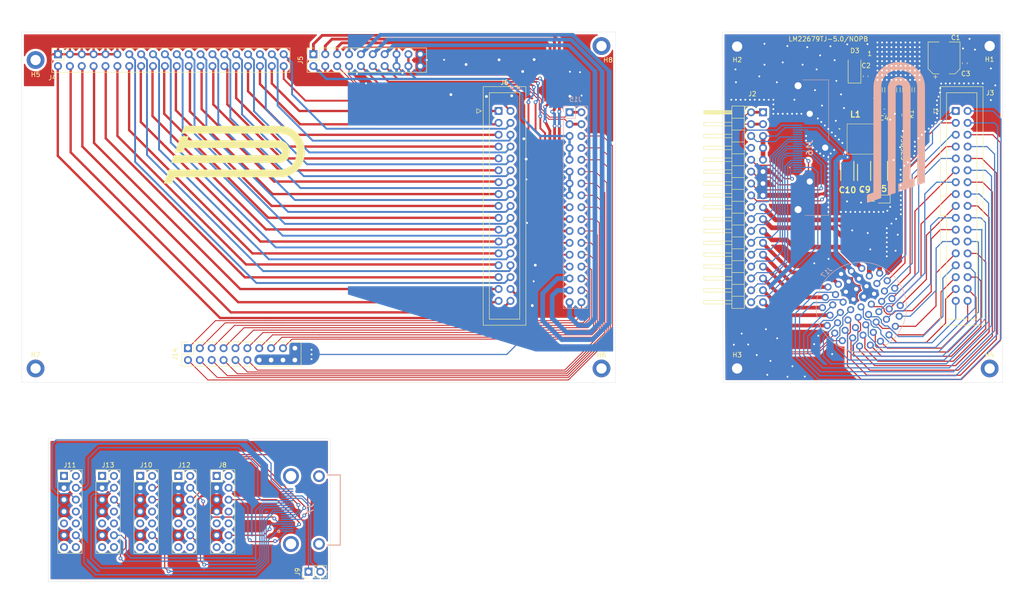
<source format=kicad_pcb>
(kicad_pcb (version 20211014) (generator pcbnew)
  (layers (0 "F.Cu" signal) (31 "B.Cu" signal) (34 "B.Paste" user) (35 "F.Paste" user) (36 "B.SilkS" user "B.Silkscreen") (37 "F.SilkS" user "F.Silkscreen") (38 "B.Mask" user) (39 "F.Mask" user) (44 "Edge.Cuts" user))
  (net 0 "")
  (net 1 "GND")
  (net 2 "+5V")
  (net 3 "/RST5")
  (net 4 "/CLK5")
  (net 5 "/SWD5")
  (net 6 "/RST4")
  (net 7 "/CLK4")
  (net 8 "/SWD4")
  (net 9 "/RST3")
  (net 10 "/CLK3")
  (net 11 "/SWD3")
  (net 12 "/RST2")
  (net 13 "/CLK2")
  (net 14 "/SWD2")
  (net 15 "/RST1")
  (net 16 "/CLK1")
  (net 17 "/SWD1")
  (net 18 "/SIG_APPS2")
  (net 19 "/SIG_APPS1")
  (net 20 "/KILL_LEWY")
  (net 21 "/KILL_PRAWY")
  (net 22 "/KILL_KIERA")
  (net 23 "/TEMP1")
  (net 24 "/WHEELSPEED2")
  (net 25 "/WHEELSPEED1")
  (net 26 "/POT_ZAWIAS2")
  (net 27 "/POT_ZAWIAS_1")
  (net 28 "/BRAKE_PRESSURE2")
  (net 29 "/BRAKE_PRESSURE1")
  (net 30 "/SAFE-OUT")
  (net 31 "/SAFE-IN")
  (net 32 "/BSPD-CURRENT")
  (net 33 "/+24F3")
  (net 34 "/+24F2")
  (net 35 "/WOLNY")
  (net 36 "/S36")
  (net 37 "/S27")
  (net 38 "/S25")
  (net 39 "/S23")
  (net 40 "/S21")
  (net 41 "/S19")
  (net 42 "/Z14")
  (net 43 "/Z13")
  (net 44 "/Z12")
  (net 45 "/Z11")
  (net 46 "/Z10")
  (net 47 "/Z9")
  (net 48 "/CAN-")
  (net 49 "/CAN+")
  (net 50 "/S15")
  (net 51 "/S17")
  (net 52 "/TIM_IN1")
  (net 53 "/TIM_IN0")
  (net 54 "/K_OUTPUT2")
  (net 55 "/OVERTRAVEL")
  (net 56 "/K_OUTPUT1")
  (net 57 "/INERTIA")
  (net 58 "/K_OUTPUT0")
  (net 59 "/K_ANALOG0")
  (net 60 "/PITOT2")
  (net 61 "/PITOT1")
  (net 64 "/płytka pionowa/SWD1")
  (net 65 "/płytka pionowa/CLK1")
  (net 66 "/płytka pionowa/RST1")
  (net 67 "/płytka pionowa/SWD2")
  (net 68 "/płytka pionowa/CLK2")
  (net 69 "/płytka pionowa/RST2")
  (net 70 "/płytka pionowa/SWD3")
  (net 71 "/płytka pionowa/CLK3")
  (net 72 "/płytka pionowa/RST3")
  (net 73 "/płytka pionowa/RST5")
  (net 74 "/płytka pionowa/CLK5")
  (net 75 "/płytka pionowa/SWD5")
  (net 76 "/płytka pionowa/RST4")
  (net 77 "/płytka pionowa/CLK4")
  (net 78 "/płytka pionowa/SWD4")
  (net 81 "/płytka pionowa/Z13")
  (net 82 "/płytka pionowa/Z11")
  (net 83 "/płytka pionowa/Z9")
  (net 84 "/płytka pionowa/Z10")
  (net 85 "/płytka pionowa/Z12")
  (net 86 "/płytka pionowa/Z14")
  (net 87 "/płytka pionowa/+24F3")
  (net 88 "/płytka pionowa/+24F2")
  (net 89 "/płytka pionowa/CAN+")
  (net 90 "/płytka pionowa/CAN-")
  (net 91 "/płytka pionowa/PITOT2")
  (net 92 "/płytka pionowa/PITOT1")
  (net 94 "/płytka pionowa/S15")
  (net 95 "/płytka pionowa/S17")
  (net 96 "/płytka pionowa/S19")
  (net 97 "/płytka pionowa/S21")
  (net 98 "/płytka pionowa/S23")
  (net 99 "/płytka pionowa/S25")
  (net 100 "/płytka pionowa/S27")
  (net 101 "/płytka pionowa/K_ANALOG0")
  (net 102 "/płytka pionowa/K_OUTPUT0")
  (net 103 "/płytka pionowa/K_OUTPUT1")
  (net 104 "/płytka pionowa/K_OUTPUT2")
  (net 105 "/płytka pionowa/TIM_IN0")
  (net 106 "/płytka pionowa/TIM_IN1")
  (net 107 "/płytka pionowa/SIG_APPS2")
  (net 108 "/płytka pionowa/BSPD-CURRENT")
  (net 109 "/płytka pionowa/SAFE-IN")
  (net 110 "/płytka pionowa/SAFE-OUT")
  (net 111 "/płytka pionowa/BRAKE_PRESSURE1")
  (net 112 "/płytka pionowa/BRAKE_PRESSURE2")
  (net 113 "/płytka pionowa/POT_ZAWIAS_1")
  (net 114 "/płytka pionowa/POT_ZAWIAS2")
  (net 115 "/płytka pionowa/WHEELSPEED1")
  (net 116 "/płytka pionowa/WHEELSPEED2")
  (net 117 "/płytka pionowa/TEMP1")
  (net 118 "/płytka pionowa/KILL_KIERA")
  (net 119 "/płytka pionowa/KILL_PRAWY")
  (net 120 "/płytka pionowa/KILL_LEWY")
  (net 121 "/płytka pionowa/INERTIA")
  (net 122 "/płytka pionowa/OVERTRAVEL")
  (net 123 "/płytka pionowa/S36")
  (net 124 "/płytka pionowa/SIG_APPS1")
  (net 126 "/goldpin-hdmi/CAN-L")
  (net 127 "/goldpin-hdmi/SWD4")
  (net 128 "/goldpin-hdmi/CLK3")
  (net 129 "/goldpin-hdmi/SWD3")
  (net 130 "/goldpin-hdmi/CLK5")
  (net 131 "/goldpin-hdmi/SWD2")
  (net 132 "/goldpin-hdmi/RST1")
  (net 133 "/goldpin-hdmi/RST4")
  (net 134 "/goldpin-hdmi/CLK4")
  (net 135 "/goldpin-hdmi/CAN-H")
  (net 136 "/goldpin-hdmi/RST3")
  (net 137 "/goldpin-hdmi/RST5")
  (net 138 "/goldpin-hdmi/RST2")
  (net 139 "/goldpin-hdmi/CLK2")
  (net 140 "/goldpin-hdmi/SWD5")
  (net 141 "/goldpin-hdmi/CLK1")
  (net 142 "/goldpin-hdmi/SWD1")
  (net 178 "/płytka pionowa/WOLNY")
  (net 180 "/+24F1")
  (net 182 "Net-(1-Pad1)")
  (net 183 "Net-(C4-Pad2)")
  (net 184 "Net-(1-Pad5)")
  (footprint "Connector_PinSocket_2.54mm:PinSocket_2x10_P2.54mm_Vertical" (layer "F.Cu") (at 78.58 117.66 90)
    (fp_text reference "J14")
    (fp_text value "Diagnostyka")
  )
  (footprint "Connector_PinSocket_2.54mm:PinSocket_2x20_P2.54mm_Vertical" (layer "F.Cu") (at 50.79 54.76 90)
    (fp_text reference "J4")
    (fp_text value "Sygnały")
  )
  (footprint "Connector_PinSocket_2.54mm:PinSocket_2x10_P2.54mm_Vertical" (layer "F.Cu") (at 105.4 54.75 90)
    (fp_text reference "J5")
    (fp_text value "Zasilanie+CAN")
  )
  (footprint "Connector_IDC:IDC-Header_2x17_P2.54mm_Vertical" (layer "F.Cu") (at 145 66.9)
    (fp_text reference "J6")
    (fp_text value "Taśma IDC dolna")
  )
  (footprint "Capacitor_SMD:CP_Elec_6.3x5.8" (layer "F.Cu") (at 240.25 55.55 90)
    (fp_text reference "C1")
    (fp_text value "22uF")
  )
  (footprint "Capacitor_SMD:C_0603_1608Metric" (layer "F.Cu") (at 223.5 59.475 90)
    (fp_text reference "C2")
    (fp_text value "4.7uF")
  )
  (footprint "Capacitor_SMD:C_0603_1608Metric" (layer "F.Cu") (at 244.675 56.7 90)
    (fp_text reference "C3")
    (fp_text value "1uF")
  )
  (footprint "Capacitor_SMD:C_0603_1608Metric" (layer "F.Cu") (at 227.5 67)
    (fp_text reference "C4")
    (fp_text value "10nF")
  )
  (footprint "Capacitor_SMD:C_0603_1608Metric" (layer "F.Cu") (at 229.23 73.05)
    (fp_text reference "C6")
    (fp_text value "100nF")
  )
  (footprint "Capacitor_SMD:C_0603_1608Metric" (layer "F.Cu") (at 229.2193 76.2404)
    (fp_text reference "C7")
    (fp_text value "100nF")
  )
  (footprint "Capacitor_SMD:C_0603_1608Metric" (layer "F.Cu") (at 229.2155 74.6584)
    (fp_text reference "C8")
    (fp_text value "100nF")
  )
  (footprint "Diode_SMD:D_SOD-323" (layer "F.Cu") (at 227.225 85.75 180)
    (fp_text reference "D2")
    (fp_text value "SD36_SOD323")
  )
  (footprint "Diode_SMD:D_SOD-128" (layer "F.Cu") (at 221.1 57.85 90)
    (fp_text reference "D3")
    (fp_text value "Schottky 60V 5A")
  )
  (footprint "Connector_PinHeader_2.54mm:PinHeader_2x17_P2.54mm_Horizontal" (layer "F.Cu") (at 198.94 67.18)
    (fp_text reference "J2")
    (fp_text value "piny kątowe")
  )
  (footprint "Connector_IDC:IDC-Header_2x17_P2.54mm_Vertical" (layer "F.Cu") (at 242.7475 66.9)
    (fp_text reference "J3")
    (fp_text value "Taśma IDC góra")
  )
  (footprint "Connector_PinHeader_2.54mm:PinHeader_2x07_P2.54mm_Vertical" (layer "F.Cu") (at 84.725 145)
    (fp_text reference "J8")
    (fp_text value "Conn_ST_STDC14")
  )
  (footprint "Connector_PinHeader_2.54mm:PinHeader_1x02_P2.54mm_Vertical" (layer "F.Cu") (at 104.35 165.5 90)
    (fp_text reference "J9")
    (fp_text value "Conn_01x02")
  )
  (footprint "Connector_PinHeader_2.54mm:PinHeader_2x07_P2.54mm_Vertical" (layer "F.Cu") (at 68.375 145)
    (fp_text reference "J10")
    (fp_text value "Conn_ST_STDC14")
  )
  (footprint "Connector_PinHeader_2.54mm:PinHeader_2x07_P2.54mm_Vertical" (layer "F.Cu") (at 52.075 145)
    (fp_text reference "J11")
    (fp_text value "Conn_ST_STDC14")
  )
  (footprint "Connector_PinHeader_2.54mm:PinHeader_2x07_P2.54mm_Vertical" (layer "F.Cu") (at 76.525 145)
    (fp_text reference "J12")
    (fp_text value "Conn_ST_STDC14")
  )
  (footprint "Connector_PinHeader_2.54mm:PinHeader_2x07_P2.54mm_Vertical" (layer "F.Cu") (at 60.225 145)
    (fp_text reference "J13")
    (fp_text value "Conn_ST_STDC14")
  )
  (footprint "User_footprints:74439346068" (layer "F.Cu") (at 222.84 72.92)
    (fp_text reference "L1")
    (fp_text value "6.8uH" hide)
  )
  (footprint "MountingHole:MountingHole_2.2mm_M2_DIN965_Pad" (layer "F.Cu") (at 196 53.11)
    (fp_text reference "H2")
    (fp_text value "MountingHole_Pad")
  )
  (footprint "MountingHole:MountingHole_2.2mm_M2_DIN965_Pad" (layer "F.Cu") (at 250 53)
    (fp_text reference "H1")
    (fp_text value "MountingHole_Pad")
  )
  (footprint "User_footprints:CAPPM3528X210N" (layer "F.Cu") (at 223.15 80.04 -90)
    (fp_text reference "C9")
    (fp_text value "68uF" hide)
  )
  (footprint "Resistor_SMD:R_0603_1608Metric" (layer "F.Cu") (at 231.75 67.75 -90)
    (fp_text reference "R1")
    (fp_text value "9k")
  )
  (footprint "User_footprints:CAPPM3528X210N" (layer "F.Cu") (at 226.76 80.04 -90)
    (fp_text reference "C5")
    (fp_text value "68uF" hide)
  )
  (footprint "MountingHole:MountingHole_2.2mm_M2_DIN965_Pad" (layer "F.Cu") (at 167 53)
    (fp_text reference "H8")
    (fp_text value "MountingHole_Pad")
  )
  (footprint "MountingHole:MountingHole_2.2mm_M2_DIN965_Pad" (layer "F.Cu") (at 46 122)
    (fp_text reference "H7")
    (fp_text value "MountingHole_Pad")
  )
  (footprint "MountingHole:MountingHole_2.2mm_M2_DIN965_Pad" (layer "F.Cu") (at 46 56)
    (fp_text reference "H5")
    (fp_text value "MountingHole_Pad")
  )
  (footprint "User_footprints:LM22679TJ-5.0&slash_NOPB" (layer "F.Cu") (at 230.48 56.2046)
    (fp_text reference "1")
    (fp_text value "LM22679TJ-5.0/NOPB")
  )
  (footprint "User_footprints:CAPPM3528X210N" (layer "F.Cu") (at 219.56 80.04 -90)
    (fp_text reference "C10")
    (fp_text value "68uF" hide)
  )
  (footprint "MountingHole:MountingHole_2.2mm_M2_DIN965_Pad" (layer "F.Cu") (at 196 122)
    (fp_text reference "H3")
    (fp_text value "MountingHole_Pad")
  )
  (footprint "MountingHole:MountingHole_2.2mm_M2_DIN965_Pad" (layer "F.Cu") (at 250 122)
    (fp_text reference "H4")
    (fp_text value "MountingHole_Pad")
  )
  (footprint "User_footprints:PUTM_LOGO_35mm" (layer "F.Cu") (at 87.581747 75.919129)
    (fp_text reference "G***" hide)
    (fp_text value "LOGO" hide)
  )
  (footprint "MountingHole:MountingHole_2.2mm_M2_DIN965_Pad" (layer "F.Cu") (at 167 122)
    (fp_text reference "H6")
    (fp_text value "MountingHole_Pad")
  )
  (footprint "Connector_PinSocket_2.54mm:PinSocket_2x17_P2.54mm_Vertical" (layer "B.Cu") (at 160.17 67.18 180)
    (fp_text reference "J15")
    (fp_text value "sockety płytka pozioma")
  )
  (footprint "SamacSys_Parts:SS53000003" (layer "B.Cu") (at 212.3 74.75 90)
    (fp_text reference "J16")
    (fp_text value "hdmi diagnostyka" hide)
  )
  (footprint "TE_konektor:TE-AUTOSPORT-16-36" (layer "B.Cu") (at 222.56 108.9 -135)
    (fp_text reference "J17")
    (fp_text value "Złącze TE")
  )
  (footprint "User_footprints:685119134923" (layer "B.Cu") (at 99 152.3 -90)
    (fp_text reference "J7")
    (fp_text value "hdmi wurth" hide)
  )
  (footprint "User_footprints:PUTM_LOGO_35mm" (layer "B.Cu") (at 230.330872 72.418254 90)
    (fp_text reference "G***" hide)
    (fp_text value "LOGO" hide)
  )
  (gr_line (start 43 125) (end 43 50) (layer "Edge.Cuts") (width 0.05))
  (gr_line (start 252.8 125) (end 193 125) (layer "Edge.Cuts") (width 0.05))
  (gr_line (start 48.68 167.6) (end 48.68 137) (layer "Edge.Cuts") (width 0.05))
  (gr_line (start 43 125) (end 50 125) (layer "Edge.Cuts") (width 0.05))
  (gr_line (start 48.68 137) (end 109 137) (layer "Edge.Cuts") (width 0.05))
  (gr_line (start 170 125) (end 50 125) (layer "Edge.Cuts") (width 0.05))
  (gr_line (start 252.8 50) (end 252.8 125) (layer "Edge.Cuts") (width 0.05))
  (gr_line (start 193 125) (end 192.8 50) (layer "Edge.Cuts") (width 0.05))
  (gr_line (start 192.8 50) (end 252.8 50) (layer "Edge.Cuts") (width 0.05))
  (gr_line (start 43 50) (end 50 50) (layer "Edge.Cuts") (width 0.05))
  (gr_line (start 109 167.6) (end 48.68 167.6) (layer "Edge.Cuts") (width 0.05))
  (gr_line (start 109 137) (end 109 167.6) (layer "Edge.Cuts") (width 0.05))
  (gr_line (start 50 50) (end 170 50) (layer "Edge.Cuts") (width 0.05))
  (gr_line (start 170 50) (end 170 125) (layer "Edge.Cuts") (width 0.05))
  (segment (start 231.75 68.575) (end 228.925 68.575) (width 0.8) (layer "F.Cu") (net 1))
  (segment (start 229.9943 76.2404) (end 229.9943 74.6622) (width 0.8) (layer "F.Cu") (net 1))
  (segment (start 229.9921 74.66) (end 230.84 74.66) (width 0.8) (layer "F.Cu") (net 1))
  (segment (start 229.9943 74.6622) (end 229.9905 74.6584) (width 0.8) (layer "F.Cu") (net 1))
  (segment (start 230.005 72.605) (end 231.43 71.18) (width 0.8) (layer "F.Cu") (net 1))
  (segment (start 230.005 73.05) (end 230.005 74.6439) (width 0.8) (layer "F.Cu") (net 1))
  (segment (start 229.9905 74.6584) (end 229.9921 74.66) (width 0.8) (layer "F.Cu") (net 1))
  (segment (start 230.48 66.77) (end 230.48 64.7985) (width 0.8) (layer "F.Cu") (net 1))
  (segment (start 230.005 73.05) (end 230.005 72.605) (width 0.8) (layer "F.Cu") (net 1))
  (segment (start 123.18 57.29) (end 123.18 57.53) (width 0.25) (layer "F.Cu") (net 1))
  (segment (start 229.9943 76.2404) (end 229.9943 76.8357) (width 0.8) (layer "F.Cu") (net 1))
  (segment (start 230.005 74.6439) (end 229.9905 74.6584) (width 0.8) (layer "F.Cu") (net 1))
  (segment (start 229.75 67.5) (end 230.48 66.77) (width 0.8) (layer "F.Cu") (net 1))
  (segment (start 124.45 58.8) (end 124.45 58.56) (width 0.25) (layer "F.Cu") (net 1))
  (segment (start 229.9943 76.8357) (end 229.44 77.39) (width 0.8) (layer "F.Cu") (net 1))
  (segment (start 124.45 58.56) (end 123.18 57.29) (width 0.25) (layer "F.Cu") (net 1))
  (segment (start 228.925 68.575) (end 228.75 68.75) (width 0.8) (layer "F.Cu") (net 1))
  (via (at 231 57.24) (size 0.8) (drill 0.4) (layers "F.Cu" "B.Cu") (net 1))
  (via (at 239.06 63.85) (size 0.8) (drill 0.4) (layers "F.Cu" "B.Cu") (net 1))
  (via (at 226 53.24) (size 0.8) (drill 0.4) (layers "F.Cu" "B.Cu") (net 1))
  (via (at 228 96) (size 0.8) (drill 0.4) (layers "F.Cu" "B.Cu") (net 1))
  (via (at 231 56.24) (size 0.8) (drill 0.4) (layers "F.Cu" "B.Cu") (net 1))
  (via (at 243.5 61) (size 0.8) (drill 0.4) (layers "F.Cu" "B.Cu") (net 1))
  (via (at 222.5 86.5) (size 0.8) (drill 0.4) (layers "F.Cu" "B.Cu") (net 1))
  (via (at 233 57.24) (size 0.8) (drill 0.4) (layers "F.Cu" "B.Cu") (net 1))
  (via (at 238.73 66.56) (size 0.8) (drill 0.4) (layers "F.Cu" "B.Cu") (net 1))
  (via (at 240.6 61.01) (size 0.8) (drill 0.4) (layers "F.Cu" "B.Cu") (net 1))
  (via (at 150.95 81.55) (size 0.8) (drill 0.4) (layers "F.Cu" "B.Cu") (net 1))
  (via (at 215.5 88.5) (size 0.8) (drill 0.4) (layers "F.Cu" "B.Cu") (net 1))
  (via (at 210.475 123.725) (size 0.8) (drill 0.4) (layers "F.Cu" "B.Cu") (net 1))
  (via (at 230.95 82.8) (size 0.8) (drill 0.4) (layers "F.Cu" "B.Cu") (net 1))
  (via (at 246.5 61) (size 0.8) (drill 0.4) (layers "F.Cu" "B.Cu") (net 1))
  (via (at 230 54.24) (size 0.8) (drill 0.4) (layers "F.Cu" "B.Cu") (net 1))
  (via (at 230 55.24) (size 0.8) (drill 0.4) (layers "F.Cu" "B.Cu") (net 1))
  (via (at 231 60.24) (size 0.8) (drill 0.4) (layers "F.Cu" "B.Cu") (net 1))
  (via (at 222.25 88.5) (size 0.8) (drill 0.4) (layers "F.Cu" "B.Cu") (net 1))
  (via (at 232 52.24) (size 0.8) (drill 0.4) (layers "F.Cu" "B.Cu") (net 1))
  (via (at 219.25 88.5) (size 0.8) (drill 0.4) (layers "F.Cu" "B.Cu") (net 1))
  (via (at 220.25 88.5) (size 0.8) (drill 0.4) (layers "F.Cu" "B.Cu") (net 1))
  (via (at 226 57.24) (size 0.8) (drill 0.4) (layers "F.Cu" "B.Cu") (net 1))
  (via (at 196.98 114.54) (size 0.8) (drill 0.4) (layers "F.Cu" "B.Cu") (net 1))
  (via (at 250.25 57.8) (size 0.8) (drill 0.4) (layers "F.Cu" "B.Cu") (net 1))
  (via (at 234 73.5) (size 0.8) (drill 0.4) (layers "F.Cu" "B.Cu") (net 1))
  (via (at 230 57.24) (size 0.8) (drill 0.4) (layers "F.Cu" "B.Cu") (net 1))
  (via (at 204.75 67.5) (size 0.8) (drill 0.4) (layers "F.Cu" "B.Cu") (net 1))
  (via (at 203.75 65.5) (size 0.8) (drill 0.4) (layers "F.Cu" "B.Cu") (net 1))
  (via (at 238.74 64.66) (size 0.8) (drill 0.4) (layers "F.Cu" "B.Cu") (net 1))
  (via (at 230 60.24) (size 0.8) (drill 0.4) (layers "F.Cu" "B.Cu") (net 1))
  (via (at 209.75 67.5) (size 0.8) (drill 0.4) (layers "F.Cu" "B.Cu") (net 1))
  (via (at 235 54.24) (size 0.8) (drill 0.4) (layers "F.Cu" "B.Cu") (net 1))
  (via (at 245.7 51.475) (size 0.8) (drill 0.4) (layers "F.Cu" "B.Cu") (net 1))
  (via (at 216 76) (size 0.8) (drill 0.4) (layers "F.Cu" "B.Cu") (net 1))
  (via (at 202.16 113.61) (size 0.8) (drill 0.4) (layers "F.Cu" "B.Cu") (net 1))
  (via (at 231 87) (size 0.8) (drill 0.4) (layers "F.Cu" "B.Cu") (net 1))
  (via (at 231 89) (size 0.8) (drill 0.4) (layers "F.Cu" "B.Cu") (net 1))
  (via (at 227 55.24) (size 0.8) (drill 0.4) (layers "F.Cu" "B.Cu") (net 1))
  (via (at 215.5 86.5) (size 0.8) (drill 0.4) (layers "F.Cu" "B.Cu") (net 1))
  (via (at 210 57) (size 0.8) (drill 0.4) (layers "F.Cu" "B.Cu") (net 1))
  (via (at 229 56.24) (size 0.8) (drill 0.4) (layers "F.Cu" "B.Cu") (net 1))
  (via (at 230.95 79.48) (size 0.8) (drill 0.4) (layers "F.Cu" "B.Cu") (net 1))
  (via (at 236.96 70.67) (size 0.8) (drill 0.4) (layers "F.Cu" "B.Cu") (net 1))
  (via (at 134.8 63.4) (size 1) (drill 0.6) (layers "F.Cu" "B.Cu") (net 1))
  (via (at 230.96 80.55) (size 0.8) (drill 0.4) (layers "F.Cu" "B.Cu") (net 1))
  (via (at 212.25 74.75) (size 0.8) (drill 0.4) (layers "F.Cu" "B.Cu") (net 1))
  (via (at 201.75 64.5) (size 0.8) (drill 0.4) (layers "F.Cu" "B.Cu") (net 1))
  (via (at 241.5 61) (size 0.8) (drill 0.4) (layers "F.Cu" "B.Cu") (net 1))
  (via (at 198.75 64.5) (size 0.8) (drill 0.4) (layers "F.Cu" "B.Cu") (net 1))
  (via (at 230 53.24) (size 0.8) (drill 0.4) (layers "F.Cu" "B.Cu") (net 1))
  (via (at 214.15 65.75) (size 0.8) (drill 0.4) (layers "F.Cu" "B.Cu") (net 1))
  (via (at 152.2 108.55) (size 1) (drill 0.6) (layers "F.Cu" "B.Cu") (net 1))
  (via (at 235 59.24) (size 0.8) (drill 0.4) (layers "F.Cu" "B.Cu") (net 1))
  (via (at 207.75 67.5) (size 0.8) (drill 0.4) (layers "F.Cu" "B.Cu") (net 1))
  (via (at 195.75 60.75) (size 0.8) (drill 0.4) (layers "F.Cu" "B.Cu") (net 1))
  (via (at 234 58.24) (size 0.8) (drill 0.4) (layers "F.Cu" "B.Cu") (net 1))
  (via (at 202.75 64.5) (size 0.8) (drill 0.4) (layers "F.Cu" "B.Cu") (net 1))
  (via (at 218.2 88.5) (size 0.8) (drill 0.4) (layers "F.Cu" "B.Cu") (net 1))
  (via (at 195.65 58) (size 0.8) (drill 0.4) (layers "F.Cu" "B.Cu") (net 1))
  (via (at 215.5 83.5) (size 0.8) (drill 0.4) (layers "F.Cu" "B.Cu") (net 1))
  (via (at 200.75 64.5) (size 0.8) (drill 0.4) (layers "F.Cu" "B.Cu") (net 1))
  (via (at 242.5 61) (size 0.8) (drill 0.4) (layers "F.Cu" "B.Cu") (net 1))
  (via (at 230 90) (size 0.8) (drill 0.4) (layers "F.Cu" "B.Cu") (net 1))
  (via (at 235 56.24) (size 0.8) (drill 0.4) (layers "F.Cu" "B.Cu") (net 1))
  (via (at 233 54.24) (size 0.8) (drill 0.4) (layers "F.Cu" "B.Cu") (net 1))
  (via (at 244.5 61) (size 0.8) (drill 0.4) (layers "F.Cu" "B.Cu") (net 1))
  (via (at 238.75 67.46) (size 0.8) (drill 0.4) (layers "F.Cu" "B.Cu") (net 1))
  (via (at 215.5 87.5) (size 0.8) (drill 0.4) (layers "F.Cu" "B.Cu") (net 1))
  (via (at 215.5 84.5) (size 0.8) (drill 0.4) (layers "F.Cu" "B.Cu") (net 1))
  (via (at 150.9 77.2) (size 1) (drill 0.6) (layers "F.Cu" "B.Cu") (net 1))
  (via (at 245.5 61) (size 0.8) (drill 0.4) (layers "F.Cu" "B.Cu") (net 1))
  (via (at 151.1 90.85) (size 0.8) (drill 0.4) (layers "F.Cu" "B.Cu") (net 1))
  (via (at 237.7 70) (size 0.8) (drill 0.4) (layers "F.Cu" "B.Cu") (net 1))
  (via (at 239.64 61.04) (size 0.8) (drill 0.4) (layers "F.Cu" "B.Cu") (net 1))
  (via (at 231 52.24) (size 0.8) (drill 0.4) (layers "F.Cu" "B.Cu") (net 1))
  (via (at 228 56.24) (size 0.8) (drill 0.4) (layers "F.Cu" "B.Cu") (net 1))
  (via (at 219.5 84.25) (size 0.8) (drill 0.4) (layers "F.Cu" "B.Cu") (net 1))
  (via (at 228.725 87.425) (size 0.8) (drill 0.4) (layers "F.Cu" "B.Cu") (net 1))
  (via (at 228.125 88.25) (size 0.8) (drill 0.4) (layers "F.Cu" "B.Cu") (net 1))
  (via (at 150.4 72.85) (size 1) (drill 0.6) (layers "F.Cu" "B.Cu") (net 1))
  (via (at 229 54.24) (size 0.8) (drill 0.4) (layers "F.Cu" "B.Cu") (net 1))
  (via (at 196.75 64.5) (size 0.8) (drill 0.4) (layers "F.Cu" "B.Cu") (net 1))
  (via (at 215.5 82.5) (size 0.8) (drill 0.4) (layers "F.Cu" "B.Cu") (net 1))
  (via (at 235 58.24) (size 0.8) (drill 0.4) (layers "F.Cu" "B.Cu") (net 1))
  (via (at 218.5 73.75) (size 0.8) (drill 0.4) (layers "F.Cu" "B.Cu") (net 1))
  (via (at 205.75 56.5) (size 0.8) (drill 0.4) (layers "F.Cu" "B.Cu") (net 1))
  (via (at 232 57.24) (size 0.8) (drill 0.4) (layers "F.Cu" "B.Cu") (net 1))
  (via (at 210.75 73.25) (size 0.8) (drill 0.4) (layers "F.Cu" "B.Cu") (net 1))
  (via (at 244.3 53.525) (size 0.8) (drill 0.4) (layers "F.Cu" "B.Cu") (net 1))
  (via (at 152.6 55.9) (size 1) (drill 0.6) (layers "F.Cu" "B.Cu") (net 1))
  (via (at 235 55.24) (size 0.8) (drill 0.4) (layers "F.Cu" "B.Cu") (net 1))
  (via (at 228 53.24) (size 0.8) (drill 0.4) (layers "F.Cu" "B.Cu") (net 1))
  (via (at 235 53.24) (size 0.8) (drill 0.4) (layers "F.Cu" "B.Cu") (net 1))
  (via (at 231 83.9) (size 0.8) (drill 0.4) (layers "F.Cu" "B.Cu") (net 1))
  (via (at 227 58.24) (size 0.8) (drill 0.4) (layers "F.Cu" "B.Cu") (net 1))
  (via (at 213 58) (size 0.8) (drill 0.4) (layers "F.Cu" "B.Cu") (net 1))
  (via (at 213.35 115) (size 0.8) (drill 0.4) (layers "F.Cu" "B.Cu") (net 1))
  (via (at 224.25 88.5) (size 0.8) (drill 0.4) (layers "F.Cu" "B.Cu") (net 1))
  (via (at 227 57.24) (size 0.8) (drill 0.4) (layers "F.Cu" "B.Cu") (net 1))
  (via (at 211 53.25) (size 0.8) (drill 0.4) (layers "F.Cu" "B.Cu") (net 1))
  (via (at 208.25 64.5) (size 0.8) (drill 0.4) (layers "F.Cu" "B.Cu") (net 1))
  (via (at 133.35 55.95) (size 0.8) (drill 0.4) (layers "F.Cu" "B.Cu") (net 1))
  (via (at 234 60.24) (size 0.8) (drill 0.4) (layers "F.Cu" "B.Cu") (net 1))
  (via (at 226 60.24) (size 0.8) (drill 0.4) (layers "F.Cu" "B.Cu") (net 1))
  (via (at 228 58.24) (size 0.8) (drill 0.4) (layers "F.Cu" "B.Cu") (net 1))
  (via (at 232 54.24) (size 0.8) (drill 0.4) (layers "F.Cu" "B.Cu") (net 1))
  (via (at 203.75 66.5) (size 0.8) (drill 0.4) (layers "F.Cu" "B.Cu") (net 1))
  (via (at 232 55.24) (size 0.8) (drill 0.4) (layers "F.Cu" "B.Cu") (net 1))
  (via (at 213.25 68.5) (size 0.8) (drill 0.4) (layers "F.Cu" "B.Cu") (net 1))
  (via (at 234 53.24) (size 0.8) (drill 0.4) (layers "F.Cu" "B.Cu") (net 1))
  (via (at 214.5 76.5) (size 0.8) (drill 0.4) (layers "F.Cu" "B.Cu") (net 1))
  (via (at 212.5 99.5) (size 0.8) (drill 0.4) (layers "F.Cu" "B.Cu") (net 1))
  (via (at 228 54.24) (size 0.8) (drill 0.4) (layers "F.Cu" "B.Cu") (net 1))
  (via (at 215.5 85.5) (size 0.8) (drill 0.4) (layers "F.Cu" "B.Cu") (net 1))
  (via (at 235 57.24) (size 0.8) (drill 0.4) (layers "F.Cu" "B.Cu") (net 1))
  (via (at 203.75 64.5) (size 0.8) (drill 0.4) (layers "F.Cu" "B.Cu") (net 1))
  (via (at 218.85 66.275) (size 0.8) (drill 0.4) (layers "F.Cu" "B.Cu") (net 1))
  (via (at 204.575 115.55) (size 0.8) (drill 0.4) (layers "F.Cu" "B.Cu") (net 1))
  (via (at 234 55.24) (size 0.8) (drill 0.4) (layers "F.Cu" "B.Cu") (net 1))
  (via (at 215.5 76.75) (size 0.8) (drill 0.4) (layers "F.Cu" "B.Cu") (net 1))
  (via (at 227 56.24) (size 0.8) (drill 0.4) (layers "F.Cu" "B.Cu") (net 1))
  (via (at 213.75 55) (size 0.8) (drill 0.4) (layers "F.Cu" "B.Cu") (net 1))
  (via (at 228.75 68.75) (size 0.8) (drill 0.4) (layers "F.Cu" "B.Cu") (net 1))
  (via (at 215.95 53.05) (size 0.8) (drill 0.4) (layers "F.Cu" "B.Cu") (net 1))
  (via (at 234 56.24) (size 0.8) (drill 0.4) (layers "F.Cu" "B.Cu") (net 1))
  (via (at 227.25 88.5) (size 0.8) (drill 0.4) (layers "F.Cu" "B.Cu") (net 1))
  (via (at 199.75 64.5) (size 0.8) (drill 0.4) (layers "F.Cu" "B.Cu") (net 1))
  (via (at 215.5 70.75) (size 0.8) (drill 0.4) (layers "F.Cu" "B.Cu") (net 1))
  (via (at 218.225 63.35) (size 0.8) (drill 0.4) (layers "F.Cu" "B.Cu") (net 1))
  (via (at 229 57.24) (size 0.8) (drill 0.4) (layers "F.Cu" "B.Cu") (net 1))
  (via (at 214.75 70) (size 0.8) (drill 0.4) (layers "F.Cu" "B.Cu") (net 1))
  (via (at 234 75.5) (size 0.8) (drill 0.4) (layers "F.Cu" "B.Cu") (net 1))
  (via (at 232 58.24) (size 0.8) (drill 0.4) (layers "F.Cu" "B.Cu") (net 1))
  (via (at 215.5 79.75) (size 0.8) (drill 0.4) (layers "F.Cu" "B.Cu") (net 1))
  (via (at 226 58.24) (size 0.8) (drill 0.4) (layers "F.Cu" "B.Cu") (net 1))
  (via (at 230 52.24) (size 0.8) (drill 0.4) (layers "F.Cu" "B.Cu") (net 1))
  (via (at 233 58.24) (size 0.8) (drill 0.4) (layers "F.Cu" "B.Cu") (net 1))
  (via (at 234 57.24) (size 0.8) (drill 0.4) (layers "F.Cu" "B.Cu") (net 1))
  (via (at 114.7 58.95) (size 0.8) (drill 0.4) (layers "F.Cu" "B.Cu") (net 1))
  (via (at 198.375 116.875) (size 0.8) (drill 0.4) (layers "F.Cu" "B.Cu") (net 1))
  (via (at 235.5 72) (size 0.8) (drill 0.4) (layers "F.Cu" "B.Cu") (net 1))
  (via (at 129.65 56) (size 0.8) (drill 0.4) (layers "F.Cu" "B.Cu") (net 1))
  (via (at 213 75.5) (size 0.8) (drill 0.4) (layers "F.Cu" "B.Cu") (net 1))
  (via (at 231 88) (size 0.8) (drill 0.4) (layers "F.Cu" "B.Cu") (net 1))
  (via (at 228 92) (size 0.8) (drill 0.4) (layers "F.Cu" "B.Cu") (net 1))
  (via (at 229 52.24) (size 0.8) (drill 0.4) (layers "F.Cu" "B.Cu") (net 1))
  (via (at 229.44 77.39) (size 0.8) (drill 0.4) (layers "F.Cu" "B.Cu") (net 1))
  (via (at 238.41 69.31) (size 0.8) (drill 0.4) (layers "F.Cu" "B.Cu") (net 1))
  (via (at 216.75 75.25) (size 0.8) (drill 0.4) (layers "F.Cu" "B.Cu") (net 1))
  (via (at 147.8 63.65) (size 1) (drill 0.6) (layers "F.Cu" "B.Cu") (net 1))
  (via (at 105 120) (size 0.8) (drill 0.4) (layers "F.Cu" "B.Cu") (net 1))
  (via (at 233 60.24) (size 0.8) (drill 0.4) (layers "F.Cu" "B.Cu") (net 1))
  (via (at 230.35 93.375) (size 0.8) (drill 0.4) (layers "F.Cu" "B.Cu") (net 1))
  (via (at 227 54.24) (size 0.8) (drill 0.4) (layers "F.Cu" "B.Cu") (net 1))
  (via (at 223.25 88.5) (size 0.8) (drill 0.4) (layers "F.Cu" "B.Cu") (net 1))
  (via (at 211.5 74) (size 0.8) (drill 0.4) (layers "F.Cu" "B.Cu") (net 1))
  (via (at 216.25 71.5) (size 0.8) (drill 0.4) (layers "F.Cu" "B.Cu") (net 1))
  (via (at 210.75 72.25) (size 0.8) (drill 0.4) (layers "F.Cu" "B.Cu") (net 1))
  (via (at 152.5 103.35) (size 0.8) (drill 0.4) (layers "F.Cu" "B.Cu") (net 1))
  (via (at 195.3 116.925) (size 0.8) (drill 0.4) (layers "F.Cu" "B.Cu") (net 1))
  (via (at 150.15 58.45) (size 1) (drill 0.6) (layers "F.Cu" "B.Cu") (net 1))
  (via (at 223.875 52.6) (size 0.8) (drill 0.4) (layers "F.Cu" "B.Cu") (net 1))
  (via (at 230.84 74.66) (size 0.8) (drill 0.4) (layers "F.Cu" "B.Cu") (net 1))
  (via (at 226.25 88.5) (size 0.8) (drill 0.4) (layers "F.Cu" "B.Cu") (net 1))
  (via (at 228 57.24) (size 0.8) (drill 0.4) (layers "F.Cu" "B.Cu") (net 1))
  (via (at 238.73 65.62) (size 0.8) (drill 0.4) (layers "F.Cu" "B.Cu") (net 1))
  (via (at 246.85 53.775) (size 0.8) (drill 0.4) (layers "F.Cu" "B.Cu") (net 1))
  (via (at 215.5 77.75) (size 0.8) (drill 0.4) (layers "F.Cu" "B.Cu") (net 1))
  (via (at 220.6 92.45) (size 0.8) (drill 0.4) (layers "F.Cu" "B.Cu") (net 1))
  (via (at 251.2 61.425) (size 0.8) (drill 0.4) (layers "F.Cu" "B.Cu") (net 1))
  (via (at 229 59.24) (size 0.8) (drill 0.4) (layers "F.Cu" "B.Cu") (net 1))
  (via (at 228 60.24) (size 0.8) (drill 0.4) (layers "F.Cu" "B.Cu") (net 1))
  (via (at 232 60.24) (size 0.8) (drill 0.4) (layers "F.Cu" "B.Cu") (net 1))
  (via (at 206.775 123.775) (size 0.8) (drill 0.4) (layers "F.Cu" "B.Cu") (net 1))
  (via (at 202.45 123.35) (size 0.8) (drill 0.4) (layers "F.Cu" "B.Cu") (net 1))
  (via (at 160.25 63.75) (size 1) (drill 0.6) (layers "F.Cu" "B.Cu") (net 1))
  (via (at 231 55.24) (size 0.8) (drill 0.4) (layers "F.Cu" "B.Cu") (net 1))
  (via (at 145.1 55.95) (size 1) (drill 0.6) (layers "F.Cu" "B.Cu") (net 1))
  (via (at 221.25 88.5) (size 0.8) (drill 0.4) (layers "F.Cu" "B.Cu") (net 1))
  (via (at 200.2 119.125) (size 0.8) (drill 0.4) (layers "F.Cu" "B.Cu") (net 1))
  (via (at 212.65 62.45) (size 0.8) (drill 0.4) (layers "F.Cu" "B.Cu") (net 1))
  (via (at 229.75 67.5) (size 0.8) (drill 0.4) (layers "F.Cu" "B.Cu") (net 1))
  (via (at 235 60.24) (size 0.8) (drill 0.4) (layers "F.Cu" "B.Cu") (net 1))
  (via (at 206.75 67.5) (size 0.8) (drill 0.4) (layers "F.Cu" "B.Cu") (net 1))
  (via (at 229 58.24) (size 0.8) (drill 0.4) (layers "F.Cu" "B.Cu") (net 1))
  (via (at 232.49 77.9) (size 0.8) (drill 0.4) (layers "F.Cu" "B.Cu") (net 1))
  (via (at 162.75 63.6) (size 0.8) (drill 0.4) (layers "F.Cu" "B.Cu") (net 1))
  (via (at 217 72.25) (size 0.8) (drill 0.4) (layers "F.Cu" "B.Cu") (net 1))
  (via (at 234.75 72.75) (size 0.8) (drill 0.4) (layers "F.Cu" "B.Cu") (net 1))
  (via (at 238.76 68.37) (size 0.8) (drill 0.4) (layers "F.Cu" "B.Cu") (net 1))
  (via (at 232 53.24) (size 0.8) (drill 0.4) (layers "F.Cu" "B.Cu") (net 1))
  (via (at 231.73 78.62) (size 0.8) (drill 0.4) (layers "F.Cu" "B.Cu") (net 1))
  (via (at 204.5 60.75) (size 0.8) (drill 0.4) (layers "F.Cu" "B.Cu") (net 1))
  (via (at 138.05 56.95) (size 1) (drill 0.6) (layers "F.Cu" "B.Cu") (net 1))
  (via (at 234 74.5) (size 0.8) (drill 0.4) (layers "F.Cu" "B.Cu") (net 1))
  (via (at 231 59.24) (size 0.8) (drill 0.4) (layers "F.Cu" "B.Cu") (net 1))
  (via (at 228 93) (size 0.8) (drill 0.4) (layers "F.Cu" "B.Cu") (net 1))
  (via (at 215.55 98.55) (size 0.8) (drill 0.4) (layers "F.Cu" "B.Cu") (net 1))
  (via (at 105 118) (size 0.8) (drill 0.4) (layers "F.Cu" "B.Cu") (net 1))
  (via (at 226 55.24) (size 0.8) (drill 0.4) (layers "F.Cu" "B.Cu") (net 1))
  (via (at 228 55.24) (size 0.8) (drill 0.4) (layers "F.Cu" "B.Cu") (net 1))
  (via (at 231 58.24) (size 0.8) (drill 0.4) (layers "F.Cu" "B.Cu") (net 1))
  (via (at 205.75 67.5) (size 0.8) (drill 0.4) (layers "F.Cu" "B.Cu") (net 1))
  (via (at 160.25 58.5) (size 0.8) (drill 0.4) (layers "F.Cu" "B.Cu") (net 1))
  (via (at 215.5 80.65) (size 0.8) (drill 0.4) (layers "F.Cu" "B.Cu") (net 1))
  (via (at 231 53.24) (size 0.8) (drill 0.4) (layers "F.Cu" "B.Cu") (net 1))
  (via (at 239.37 62.95) (size 0.8) (drill 0.4) (layers "F.Cu" "B.Cu") (net 1))
  (via (at 231 86) (size 0.8) (drill 0.4) (layers "F.Cu" "B.Cu") (net 1))
  (via (at 233 56.24) (size 0.8) (drill 0.4) (layers "F.Cu" "B.Cu") (net 1))
  (via (at 233 53.24) (size 0.8) (drill 0.4) (layers "F.Cu" "B.Cu") (net 1))
  (via (at 234 54.24) (size 0.8) (drill 0.4) (layers "F.Cu" "B.Cu") (net 1))
  (via (at 231 85) (size 0.8) (drill 0.4) (layers "F.Cu" "B.Cu") (net 1))
  (via (at 247.5 61) (size 0.8) (drill 0.4) (layers "F.Cu" "B.Cu") (net 1))
  (via (at 228 59.24) (size 0.8) (drill 0.4) (layers "F.Cu" "B.Cu") (net 1))
  (via (at 233 52.24) (size 0.8) (drill 0.4) (layers "F.Cu" "B.Cu") (net 1))
  (via (at 232 59.24) (size 0.8) (drill 0.4) (layers "F.Cu" "B.Cu") (net 1))
  (via (at 206.75 53) (size 0.8) (drill 0.4) (layers "F.Cu" "B.Cu") (net 1))
  (via (at 231.43 71.18) (size 0.8) (drill 0.4) (layers "F.Cu" "B.Cu") (net 1))
  (via (at 216.85 56.025) (size 0.8) (drill 0.4) (layers "F.Cu" "B.Cu") (net 1))
  (via (at 239.42 62.01) (size 0.8) (drill 0.4) (layers "F.Cu" "B.Cu") (net 1))
  (via (at 235 52.24) (size 0.8) (drill 0.4) (layers "F.Cu" "B.Cu") (net 1))
  (via (at 200.75 59.5) (size 0.8) (drill 0.4) (layers "F.Cu" "B.Cu") (net 1))
  (via (at 217.1 69) (size 0.8) (drill 0.4) (layers "F.Cu" "B.Cu") (net 1))
  (via (at 225.25 88.5) (size 0.8) (drill 0.4) (layers "F.Cu" "B.Cu") (net 1))
  (via (at 201.85 57) (size 0.8) (drill 0.4) (layers "F.Cu" "B.Cu") (net 1))
  (via (at 224.475 96.525) (size 0.8) (drill 0.4) (layers "F.Cu" "B.Cu") (net 1))
  (via (at 229.875 96.8) (size 0.8) (drill 0.4) (layers "F.Cu" "B.Cu") (net 1))
  (via (at 216.325 118.925) (size 0.8) (drill 0.4) (layers "F.Cu" "B.Cu") (net 1))
  (via (at 229 60.24) (size 0.8) (drill 0.4) (layers "F.Cu" "B.Cu") (net 1))
  (via (at 228 97) (size 0.8) (drill 0.4) (layers "F.Cu" "B.Cu") (net 1))
  (via (at 124.45 58.8) (size 0.8) (drill 0.4) (layers "F.Cu" "B.Cu") (net 1))
  (via (at 219.5 86.25) (size 0.8) (drill 0.4) (layers "F.Cu" "B.Cu") (net 1))
  (via (at 194.75 64.5) (size 0.8) (drill 0.4) (layers "F.Cu" "B.Cu") (net 1))
  (via (at 234 52.24) (size 0.8) (drill 0.4) (layers "F.Cu" "B.Cu") (net 1))
  (via (at 227 60.24) (size 0.8) (drill 0.4) (layers "F.Cu" "B.Cu") (net 1))
  (via (at 226 52.24) (size 0.8) (drill 0.4) (layers "F.Cu" "B.Cu") (net 1))
  (via (at 248.5 61) (size 0.8) (drill 0.4) (layers "F.Cu" "B.Cu") (net 1))
  (via (at 233 55.24) (size 0.8) (drill 0.4) (layers "F.Cu" "B.Cu") (net 1))
  (via (at 228 95) (size 0.8) (drill 0.4) (layers "F.Cu" "B.Cu") (net 1))
  (via (at 231 54.24) (size 0.8) (drill 0.4) (layers "F.Cu" "B.Cu") (net 1))
  (via (at 236.24 71.31) (size 0.8) (drill 0.4) (layers "F.Cu" "B.Cu") (net 1))
  (via (at 250.25 64.575) (size 0.8) (drill 0.4) (layers "F.Cu" "B.Cu") (net 1))
  (via (at 227 52.24) (size 0.8) (drill 0.4) (layers "F.Cu" "B.Cu") (net 1))
  (via (at 226 56.24) (size 0.8) (drill 0.4) (layers "F.Cu" "B.Cu") (net 1))
  (via (at 217.225 60.45) (size 0.8) (drill 0.4) (layers "F.Cu" "B.Cu") (net 1))
  (via (at 195.75 64.5) (size 0.8) (drill 0.4) (layers "F.Cu" "B.Cu") (net 1))
  (via (at 232 56.24) (size 0.8) (drill 0.4) (layers "F.Cu" "B.Cu") (net 1))
  (via (at 203.75 67.5) (size 0.8) (drill 0.4) (layers "F.Cu" "B.Cu") (net 1))
  (via (at 105 119) (size 0.8) (drill 0.4) (layers "F.Cu" "B.Cu") (net 1))
  (via (at 215.5 81.55) (size 0.8) (drill 0.4) (layers "F.Cu" "B.Cu") (net 1))
  (via (at 228 52.24) (size 0.8) (drill 0.4) (layers "F.Cu" "B.Cu") (net 1))
  (via (at 228 94) (size 0.8) (drill 0.4) (layers "F.Cu" "B.Cu") (net 1))
  (via (at 233.2 77.14) (size 0.8) (drill 0.4) (layers "F.Cu" "B.Cu") (net 1))
  (via (at 208.75 67.5) (size 0.8) (drill 0.4) (layers "F.Cu" "B.Cu") (net 1))
  (via (at 230 58.24) (size 0.8) (drill 0.4) (layers "F.Cu" "B.Cu") (net 1))
  (via (at 227 53.24) (size 0.8) (drill 0.4) (layers "F.Cu" "B.Cu") (net 1))
  (via (at 222.75 84) (size 0.8) (drill 0.4) (layers "F.Cu" "B.Cu") (net 1))
  (via (at 213.75 76) (size 0.8) (drill 0.4) (layers "F.Cu" "B.Cu") (net 1))
  (via (at 226 59.24) (size 0.8) (drill 0.4) (layers "F.Cu" "B.Cu") (net 1))
  (via (at 214 69.25) (size 0.8) (drill 0.4) (layers "F.Cu" "B.Cu") (net 1))
  (via (at 226 54.24) (size 0.8) (drill 0.4) (layers "F.Cu" "B.Cu") (net 1))
  (via (at 233 59.24) (size 0.8) (drill 0.4) (layers "F.Cu" "B.Cu") (net 1))
  (via (at 229 53.24) (size 0.8) (drill 0.4) (layers "F.Cu" "B.Cu") (net 1))
  (via (at 207.825 121.525) (size 0.8) (drill 0.4) (layers "F.Cu" "B.Cu") (net 1))
  (via (at 219.55 52.65) (size 0.8) (drill 0.4) (layers "F.Cu" "B.Cu") (net 1))
  (via (at 116.65 61) (size 0.8) (drill 0.4) (layers "F.Cu" "B.Cu") (net 1))
  (via (at 203.13 120.39) (size 0.8) (drill 0.4) (layers "F.Cu" "B.Cu") (net 1))
  (via (at 215.5 78.75) (size 0.8) (drill 0.4) (layers "F.Cu" "B.Cu") (net 1))
  (via (at 142.4 63.8) (size 1) (drill 0.6) (layers "F.Cu" "B.Cu") (net 1))
  (via (at 228 98) (size 0.8) (drill 0.4) (layers "F.Cu" "B.Cu") (net 1))
  (via (at 201.85 52.525) (size 0.8) (drill 0.4) (layers "F.Cu" "B.Cu") (net 1))
  (via (at 229 91) (size 0.8) (drill 0.4) (layers "F.Cu" "B.Cu") (net 1))
  (via (at 223.925 93.025) (size 0.8) (drill 0.4) (layers "F.Cu" "B.Cu") (net 1))
  (via (at 162.4 58.6) (size 0.8) (drill 0.4) (layers "F.Cu" "B.Cu") (net 1))
  (via (at 197.75 64.5) (size 0.8) (drill 0.4) (layers "F.Cu" "B.Cu") (net 1))
  (via (at 233.85 76.46) (size 0.8) (drill 0.4) (layers "F.Cu" "B.Cu") (net 1))
  (via (at 230 59.24) (size 0.8) (drill 0.4) (layers "F.Cu" "B.Cu") (net 1))
  (via (at 152.85 99.9) (size 1) (drill 0.6) (layers "F.Cu" "B.Cu") (net 1))
  (via (at 212.475 116.8) (size 0.8) (drill 0.4) (layers "F.Cu" "B.Cu") (net 1))
  (via (at 227 59.24) (size 0.8) (drill 0.4) (layers "F.Cu" "B.Cu") (net 1))
  (via (at 230.95 81.65) (size 0.8) (drill 0.4) (layers "F.Cu" "B.Cu") (net 1))
  (via (at 234 59.24) (size 0.8) (drill 0.4) (layers "F.Cu" "B.Cu") (net 1))
  (via (at 217.75 73) (size 0.8) (drill 0.4) (layers "F.Cu" "B.Cu") (net 1))
  (via (at 229 55.24) (size 0.8) (drill 0.4) (layers "F.Cu" "B.Cu") (net 1))
  (via (at 230 56.24) (size 0.8) (drill 0.4) (layers "F.Cu" "B.Cu") (net 1))
  (segment (start 146.75 119) (end 152.2 113.55) (width 0.25) (layer "B.Cu") (net 1))
  (segment (start 211.04 70.96) (end 214.83 74.75) (width 0.25) (layer "B.Cu") (net 1))
  (segment (start 152.2 113.55) (end 152.2 108.55) (width 0.25) (layer "B.Cu") (net 1))
  (segment (start 152.25 108.6) (end 152.2 108.55) (width 0.2) (layer "B.Cu") (net 1))
  (segment (start 208.93 70.96) (end 211.04 70.96) (width 0.25) (layer "B.Cu") (net 1))
  (segment (start 105 119) (end 146.75 119) (width 0.25) (layer "B.Cu") (net 1))
  (segment (start 209.03 88) (end 209.58 88.55) (width 0.8) (layer "B.Cu") (net 1))
  (segment (start 160.046 84.836) (end 160.17 84.96) (width 1) (layer "B.Cu") (net 1))
  (segment (start 160.046 79.756) (end 160.17 79.88) (width 1) (layer "B.Cu") (net 1))
  (segment (start 201.54 77.34) (end 201.54 74.8) (width 1) (layer "F.Cu") (net 2))
  (segment (start 125.72 57.29) (end 125.72 54.75) (width 0.5) (layer "F.Cu") (net 2))
  (segment (start 201.54 74.8) (end 201.54 72.26) (width 1) (layer "F.Cu") (net 2))
  (segment (start 232.5 70) (end 233.02 69.48) (width 0.8) (layer "F.Cu") (net 2))
  (segment (start 230.565714 70) (end 232.5 70) (width 0.8) (layer "F.Cu") (net 2))
  (segment (start 228.455 73.05) (end 228.455 72.110714) (width 0.8) (layer "F.Cu") (net 2))
  (segment (start 228.455 72.110714) (end 230.565714 70) (width 0.8) (layer "F.Cu") (net 2))
  (segment (start 233.02 69.48) (end 233.02 64.7985) (width 0.8) (layer "F.Cu") (net 2))
  (via (at 219.6 76.8) (size 0.8) (drill 0.4) (layers "F.Cu" "B.Cu") (net 2))
  (segment (start 219.6 76.8) (end 218 76.8) (width 1) (layer "B.Cu") (net 2))
  (segment (start 160.17 74.8) (end 160.17 72.26) (width 0.5) (layer "B.Cu") (net 2))
  (segment (start 217.1 77.7) (end 217.1 97.56) (width 1) (layer "B.Cu") (net 2))
  (segment (start 160.17 77.34) (end 160.17 74.8) (width 0.5) (layer "B.Cu") (net 2))
  (segment (start 213.26 70.46) (end 219.6 76.8) (width 0.25) (layer "B.Cu") (net 2))
  (segment (start 127.35 60.05) (end 108.16 60.05) (width 0.5) (layer "B.Cu") (net 2))
  (segment (start 217.1 97.56) (end 220.44066 100.90066) (width 1) (layer "B.Cu") (net 2))
  (segment (start 206.24 70.46) (end 204.44 72.26) (width 0.25) (layer "B.Cu") (net 2))
  (segment (start 153.91 72.26) (end 150.05 68.4) (width 0.5) (layer "B.Cu") (net 2))
  (segment (start 208.93 70.46) (end 206.24 70.46) (width 0.25) (layer "B.Cu") (net 2))
  (segment (start 125.72 58.42) (end 127.35 60.05) (width 0.5) (layer "B.Cu") (net 2))
  (segment (start 204.44 72.26) (end 201.54 72.26) (width 0.25) (layer "B.Cu") (net 2))
  (segment (start 52.075 147.54) (end 52.075 148.15) (width 0.25) (layer "B.Cu") (net 2))
  (segment (start 146.6 60.05) (end 127.35 60.05) (width 0.5) (layer "B.Cu") (net 2))
  (segment (start 220.44066 100.90066) (end 220.44066 101.17698) (width 1) (layer "B.Cu") (net 2))
  (segment (start 218 76.8) (end 217.1 77.7) (width 1) (layer "B.Cu") (net 2))
  (segment (start 108.16 60.05) (end 105.4 57.29) (width 0.5) (layer "B.Cu") (net 2))
  (segment (start 208.93 70.46) (end 213.26 70.46) (width 0.25) (layer "B.Cu") (net 2))
  (segment (start 160.17 72.26) (end 153.91 72.26) (width 0.5) (layer "B.Cu") (net 2))
  (segment (start 150.05 68.4) (end 150.05 63.5) (width 0.5) (layer "B.Cu") (net 2))
  (segment (start 150.05 63.5) (end 146.6 60.05) (width 0.5) (layer "B.Cu") (net 2))
  (segment (start 125.72 57.29) (end 125.72 58.42) (width 0.5) (layer "B.Cu") (net 2))
  (segment (start 167.31603 86.54403) (end 167.31603 114.173669) (width 0.2) (layer "F.Cu") (net 3))
  (segment (start 167.31603 114.173669) (end 159.137739 122.35196) (width 0.2) (layer "F.Cu") (net 3))
  (segment (start 162.71 84.96) (end 165.732 84.96) (width 0.2) (layer "F.Cu") (net 3))
  (segment (start 159.137739 122.35196) (end 93.43196 122.35196) (width 0.2) (layer "F.Cu") (net 3))
  (segment (start 165.732 84.96) (end 167.31603 86.54403) (width 0.2) (layer "F.Cu") (net 3))
  (segment (start 93.43196 122.35196) (end 91.28 120.2) (width 0.2) (layer "F.Cu") (net 3))
  (segment (start 91.29197 122.75197) (end 88.74 120.2) (width 0.2) (layer "F.Cu") (net 4))
  (segment (start 167.71604 84.40404) (end 167.71604 114.400585) (width 0.2) (layer "F.Cu") (net 4))
  (segment (start 162.71 82.42) (end 165.732 82.42) (width 0.2) (layer "F.Cu") (net 4))
  (segment (start 159.364655 122.75197) (end 91.29197 122.75197) (width 0.2) (layer "F.Cu") (net 4))
  (segment (start 167.71604 114.400585) (end 159.364655 122.75197) (width 0.2) (layer "F.Cu") (net 4))
  (segment (start 165.732 82.42) (end 167.71604 84.40404) (width 0.2) (layer "F.Cu") (net 4))
  (segment (start 165.732 79.88) (end 168.148 82.296) (width 0.2) (layer "F.Cu") (net 5))
  (segment (start 168.148 114.534323) (end 159.530343 123.15198) (width 0.2) (layer "F.Cu") (net 5))
  (segment (start 159.530343 123.15198) (end 89.15198 123.15198) (width 0.2) (layer "F.Cu") (net 5))
  (segment (start 168.148 82.296) (end 168.148 114.534323) (width 0.2) (layer "F.Cu") (net 5))
  (segment (start 89.15198 123.15198) (end 86.2 120.2) (width 0.2) (layer "F.Cu") (net 5))
  (segment (start 162.71 79.88) (end 165.732 79.88) (width 0.2) (layer "F.Cu") (net 5))
  (segment (start 168.54801 114.700011) (end 159.696031 123.55199) (width 0.2) (layer "F.Cu") (net 6))
  (segment (start 168.54801 79.14001) (end 168.54801 114.700011) (width 0.2) (layer "F.Cu") (net 6))
  (segment (start 166.748 77.34) (end 168.54801 79.14001) (width 0.2) (layer "F.Cu") (net 6))
  (segment (start 159.696031 123.55199) (end 87.01199 123.55199) (width 0.2) (layer "F.Cu") (net 6))
  (segment (start 162.71 77.34) (end 166.748 77.34) (width 0.2) (layer "F.Cu") (net 6))
  (segment (start 87.01199 123.55199) (end 83.66 120.2) (width 0.2) (layer "F.Cu") (net 6))
  (segment (start 168.94802 77.00002) (end 168.94802 114.865699) (width 0.2) (layer "F.Cu") (net 7))
  (segment (start 162.71 74.8) (end 166.748 74.8) (width 0.2) (layer "F.Cu") (net 7))
  (segment (start 159.86172 123.952) (end 84.872 123.952) (width 0.2) (layer "F.Cu") (net 7))
  (segment (start 84.872 123.952) (end 81.12 120.2) (width 0.2) (layer "F.Cu") (net 7))
  (segment (start 168.94802 114.865699) (end 159.86172 123.952) (width 0.2) (layer "F.Cu") (net 7))
  (segment (start 166.748 74.8) (end 168.94802 77.00002) (width 0.2) (layer "F.Cu") (net 7))
  (segment (start 169.34803 74.35203) (end 169.34803 115.031388) (width 0.2) (layer "F.Cu") (net 8))
  (segment (start 169.34803 115.031388) (end 159.919418 124.46) (width 0.2) (layer "F.Cu") (net 8))
  (segment (start 82.84 124.46) (end 78.58 120.2) (width 0.2) (layer "F.Cu") (net 8))
  (segment (start 159.919418 124.46) (end 82.84 124.46) (width 0.2) (layer "F.Cu") (net 8))
  (segment (start 167.256 72.26) (end 169.34803 74.35203) (width 0.2) (layer "F.Cu") (net 8))
  (segment (start 162.71 72.26) (end 167.256 72.26) (width 0.2) (layer "F.Cu") (net 8))
  (segment (start 100.843992 115.716008) (end 98.9 117.66) (width 0.2) (layer "F.Cu") (net 9))
  (segment (start 165.207992 115.716008) (end 166.91602 114.00798) (width 0.2) (layer "F.Cu") (net 9))
  (segment (start 166.24 87.5) (end 162.71 87.5) (width 0.2) (layer "F.Cu") (net 9))
  (segment (start 111.144008 115.716008) (end 100.843992 115.716008) (width 0.2) (layer "F.Cu") (net 9))
  (segment (start 166.91602 88.17602) (end 166.24 87.5) (width 0.2) (layer "F.Cu") (net 9))
  (segment (start 166.91602 114.00798) (end 166.91602 88.17602) (width 0.2) (layer "F.Cu") (net 9))
  (segment (start 111.144008 115.716008) (end 165.207992 115.716008) (width 0.2) (layer "F.Cu") (net 9))
  (segment (start 166.51601 90.82401) (end 166.51601 113.792) (width 0.2) (layer "F.Cu") (net 10))
  (segment (start 164.992012 115.315998) (end 98.704002 115.315998) (width 0.2) (layer "F.Cu") (net 10))
  (segment (start 162.71 90.04) (end 165.732 90.04) (width 0.2) (layer "F.Cu") (net 10))
  (segment (start 166.51601 113.792) (end 164.992012 115.315998) (width 0.2) (layer "F.Cu") (net 10))
  (segment (start 98.704002 115.315998) (end 96.36 117.66) (width 0.2) (layer "F.Cu") (net 10))
  (segment (start 165.732 90.04) (end 166.51601 90.82401) (width 0.2) (layer "F.Cu") (net 10))
  (segment (start 166.116 93.472) (end 165.224 92.58) (width 0.2) (layer "F.Cu") (net 11))
  (segment (start 106.68 114.808) (end 164.934312 114.808) (width 0.2) (layer "F.Cu") (net 11))
  (segment (start 166.116 113.626312) (end 166.116 93.472) (width 0.2) (layer "F.Cu") (net 11))
  (segment (start 165.224 92.58) (end 162.71 92.58) (width 0.2) (layer "F.Cu") (net 11))
  (segment (start 96.672 114.808) (end 93.82 117.66) (width 0.2) (layer "F.Cu") (net 11))
  (segment (start 164.934312 114.808) (end 166.116 113.626312) (width 0.2) (layer "F.Cu") (net 11))
  (segment (start 106.68 114.808) (end 96.672 114.808) (width 0.2) (layer "F.Cu") (net 11))
  (segment (start 164.716 95.12) (end 165.68404 96.08804) (width 0.2) (layer "F.Cu") (net 12))
  (segment (start 105.156 114.3) (end 94.64 114.3) (width 0.2) (layer "F.Cu") (net 12))
  (segment (start 165.68404 96.08804) (end 165.68404 113.492574) (width 0.2) (layer "F.Cu") (net 12))
  (segment (start 165.68404 113.492574) (end 164.876614 114.3) (width 0.2) (layer "F.Cu") (net 12))
  (segment (start 162.71 95.12) (end 164.716 95.12) (width 0.2) (layer "F.Cu") (net 12))
  (segment (start 94.64 114.3) (end 91.28 117.66) (width 0.2) (layer "F.Cu") (net 12))
  (segment (start 164.876614 114.3) (end 105.156 114.3) (width 0.2) (layer "F.Cu") (net 12))
  (segment (start 165.28403 113.326886) (end 164.818916 113.792) (width 0.2) (layer "F.Cu") (net 13))
  (segment (start 164.818916 113.792) (end 103.124 113.792) (width 0.2) (layer "F.Cu") (net 13))
  (segment (start 164.39203 97.66) (end 165.28403 98.552) (width 0.2) (layer "F.Cu") (net 13))
  (segment (start 162.71 97.66) (end 164.39203 97.66) (width 0.2) (layer "F.Cu") (net 13))
  (segment (start 103.124 113.792) (end 92.608 113.792) (width 0.2) (layer "F.Cu") (net 13))
  (segment (start 165.28403 98.552) (end 165.28403 113.326886) (width 0.2) (layer "F.Cu") (net 13))
  (segment (start 92.608 113.792) (end 88.74 117.66) (width 0.2) (layer "F.Cu") (net 13))
  (segment (start 164.208 100.2) (end 164.88402 100.87602) (width 0.2) (layer "F.Cu") (net 14))
  (segment (start 100.584 113.284) (end 90.576 113.284) (width 0.2) (layer "F.Cu") (net 14))
  (segment (start 90.576 113.284) (end 86.2 117.66) (width 0.2) (layer "F.Cu") (net 14))
  (segment (start 164.084 113.284) (end 100.584 113.284) (width 0.2) (layer "F.Cu") (net 14))
  (segment (start 162.71 100.2) (end 164.208 100.2) (width 0.2) (layer "F.Cu") (net 14))
  (segment (start 164.88402 100.87602) (end 164.88402 112.48398) (width 0.2) (layer "F.Cu") (net 14))
  (segment (start 164.88402 112.48398) (end 164.084 113.284) (width 0.2) (layer "F.Cu") (net 14))
  (segment (start 164.48401 103.52401) (end 164.48401 111.35999) (width 0.2) (layer "F.Cu") (net 15))
  (segment (start 162.71 102.74) (end 163.7 102.74) (width 0.2) (layer "F.Cu") (net 15))
  (segment (start 164.48401 111.35999) (end 163.068 112.776) (width 0.2) (layer "F.Cu") (net 15))
  (segment (start 88.544 112.776) (end 83.66 117.66) (width 0.2) (layer "F.Cu") (net 15))
  (segment (start 163.7 102.74) (end 164.48401 103.52401) (width 0.2) (layer "F.Cu") (net 15))
  (segment (start 98.552 112.776) (end 88.544 112.776) (width 0.2) (layer "F.Cu") (net 15))
  (segment (start 163.068 112.776) (end 98.552 112.776) (width 0.2) (layer "F.Cu") (net 15))
  (segment (start 86.540849 112.239151) (end 81.12 117.66) (width 0.2) (layer "F.Cu") (net 16))
  (segment (start 164.084 111.194302) (end 163.039151 112.239151) (width 0.2) (layer "F.Cu") (net 16))
  (segment (start 163.7 105.28) (end 164.084 105.664) (width 0.2) (layer "F.Cu") (net 16))
  (segment (start 163.039151 112.239151) (end 86.540849 112.239151) (width 0.2) (layer "F.Cu") (net 16))
  (segment (start 162.71 105.28) (end 163.7 105.28) (width 0.2) (layer "F.Cu") (net 16))
  (segment (start 164.084 105.664) (end 164.084 111.194302) (width 0.2) (layer "F.Cu") (net 16))
  (segment (start 84.48 111.76) (end 78.58 117.66) (width 0.2) (layer "F.Cu") (net 17))
  (segment (start 162.71 110.594) (end 161.544 111.76) (width 0.2) (layer "F.Cu") (net 17))
  (segment (start 161.544 111.76) (end 94.996 111.76) (width 0.2) (layer "F.Cu") (net 17))
  (segment (start 94.996 111.76) (end 84.48 111.76) (width 0.2) (layer "F.Cu") (net 17))
  (segment (start 162.71 107.82) (end 162.71 110.594) (width 0.2) (layer "F.Cu") (net 17))
  (segment (start 99.05 60.05) (end 99.05 57.3) (width 0.4) (layer "F.Cu") (net 18))
  (segment (start 147.54 66.9) (end 145.339511 64.699511) (width 0.4) (layer "F.Cu") (net 18))
  (segment (start 103.699511 64.699511) (end 99.05 60.05) (width 0.4) (layer "F.Cu") (net 18))
  (segment (start 145.339511 64.699511) (end 103.699511 64.699511) (width 0.4) (layer "F.Cu") (net 18))
  (segment (start 102.4 66.9) (end 96.51 61.01) (width 0.5) (layer "F.Cu") (net 19))
  (segment (start 96.51 61.01) (end 96.51 57.3) (width 0.5) (layer "F.Cu") (net 19))
  (segment (start 145 66.9) (end 102.4 66.9) (width 0.5) (layer "F.Cu") (net 19))
  (segment (start 98.56 77.06) (end 145 77.06) (width 0.5) (layer "F.Cu") (net 20))
  (segment (start 86.35 57.3) (end 87 57.95) (width 0.5) (layer "F.Cu") (net 20))
  (segment (start 87 57.95) (end 87 65.5) (width 0.5) (layer "F.Cu") (net 20))
  (segment (start 87 65.5) (end 98.56 77.06) (width 0.5) (layer "F.Cu") (net 20))
  (segment (start 84 65.5) (end 84 57.49) (width 0.5) (layer "F.Cu") (net 21))
  (segment (start 145 79.6) (end 98.1 79.6) (width 0.5) (layer "F.Cu") (net 21))
  (segment (start 98.1 79.6) (end 84 65.5) (width 0.5) (layer "F.Cu") (net 21))
  (segment (start 84 57.49) (end 83.81 57.3) (width 0.5) (layer "F.Cu") (net 21))
  (segment (start 81.5 57.53) (end 81.27 57.3) (width 0.5) (layer "F.Cu") (net 22))
  (segment (start 81.5 66.5) (end 81.5 57.53) (width 0.5) (layer "F.Cu") (net 22))
  (segment (start 145 82.14) (end 144.86 82) (width 0.5) (layer "F.Cu") (net 22))
  (segment (start 97 82) (end 81.5 66.5) (width 0.5) (layer "F.Cu") (net 22))
  (segment (start 144.86 82) (end 97 82) (width 0.5) (layer "F.Cu") (net 22))
  (segment (start 79 67) (end 79 57.57) (width 0.5) (layer "F.Cu") (net 23))
  (segment (start 79 57.57) (end 78.73 57.3) (width 0.5) (layer "F.Cu") (net 23))
  (segment (start 145 84.68) (end 96.68 84.68) (width 0.5) (layer "F.Cu") (net 23))
  (segment (start 96.68 84.68) (end 79 67) (width 0.5) (layer "F.Cu") (net 23))
  (segment (start 76 57.49) (end 76.19 57.3) (width 0.5) (layer "F.Cu") (net 24))
  (segment (start 76 66.75) (end 76 57.49) (width 0.5) (layer "F.Cu") (net 24))
  (segment (start 96.47 87.22) (end 76 66.75) (width 0.5) (layer "F.Cu") (net 24))
  (segment (start 145 87.22) (end 96.47 87.22) (width 0.5) (layer "F.Cu") (net 24))
  (segment (start 95.76 89.76) (end 73.5 67.5) (width 0.5) (layer "F.Cu") (net 25))
  (segment (start 145 89.76) (end 95.76 89.76) (width 0.5) (layer "F.Cu") (net 25))
  (segment (start 73.5 67.5) (end 73.5 57.45) (width 0.5) (layer "F.Cu") (net 25))
  (segment (start 73.5 57.45) (end 73.65 57.3) (width 0.5) (layer "F.Cu") (net 25))
  (segment (start 71.11 57.3) (end 71 57.41) (width 0.5) (layer "F.Cu") (net 26))
  (segment (start 144.95 92.25) (end 145 92.3) (width 0.5) (layer "F.Cu") (net 26))
  (segment (start 95.25 92.25) (end 144.95 92.25) (width 0.5) (layer "F.Cu") (net 26))
  (segment (start 71 68) (end 95.25 92.25) (width 0.5) (layer "F.Cu") (net 26))
  (segment (start 71 57.41) (end 71 68) (width 0.5) (layer "F.Cu") (net 26))
  (segment (start 68.5 57.37) (end 68.5 69.25) (width 0.5) (layer "F.Cu") (net 27))
  (segment (start 94.09 94.84) (end 145 94.84) (width 0.5) (layer "F.Cu") (net 27))
  (segment (start 68.57 57.3) (end 68.5 57.37) (width 0.5) (layer "F.Cu") (net 27))
  (segment (start 68.5 69.25) (end 94.09 94.84) (width 0.5) (layer "F.Cu") (net 27))
  (segment (start 66 57.33) (end 66 71) (width 0.5) (layer "F.Cu") (net 28))
  (segment (start 66 71) (end 92.38 97.38) (width 0.5) (layer "F.Cu") (net 28))
  (segment (start 92.38 97.38) (end 145 97.38) (width 0.5) (layer "F.Cu") (net 28))
  (segment (start 66.03 57.3) (end 66 57.33) (width 0.5) (layer "F.Cu") (net 28))
  (segment (start 63.5 72.25) (end 91 99.75) (width 0.5) (layer "F.Cu") (net 29))
  (segment (start 144.83 99.75) (end 145 99.92) (width 0.5) (layer "F.Cu") (net 29))
  (segment (start 63.5 57.31) (end 63.5 72.25) (width 0.5) (layer "F.Cu") (net 29))
  (segment (start 91 99.75) (end 144.83 99.75) (width 0.5) (layer "F.Cu") (net 29))
  (segment (start 63.49 57.3) (end 63.5 57.31) (width 0.5) (layer "F.Cu") (net 29))
  (segment (start 60.95 57.3) (end 61 57.35) (width 0.5) (layer "F.Cu") (net 30))
  (segment (start 90.75 102.5) (end 144.96 102.5) (width 0.5) (layer "F.Cu") (net 30))
  (segment (start 144.96 102.5) (end 145 102.46) (width 0.5) (layer "F.Cu") (net 30))
  (segment (start 61 57.35) (end 61 72.75) (width 0.5) (layer "F.Cu") (net 30))
  (segment (start 61 72.75) (end 90.75 102.5) (width 0.5) (layer "F.Cu") (net 30))
  (segment (start 58.5 57.39) (end 58.5 73.75) (width 0.5) (layer "F.Cu") (net 31))
  (segment (start 89.75 105) (end 145 105) (width 0.5) (layer "F.Cu") (net 31))
  (segment (start 58.41 57.3) (end 58.5 57.39) (width 0.5) (layer "F.Cu") (net 31))
  (segment (start 58.5 73.75) (end 89.75 105) (width 0.5) (layer "F.Cu") (net 31))
  (segment (start 89.32 107.82) (end 144.72 107.82) (width 0.5) (layer "F.Cu") (net 32))
  (segment (start 55.87 57.3) (end 56 57.43) (width 0.5) (layer "F.Cu") (net 32))
  (segment (start 144.72 107.82) (end 145 107.54) (width 0.5) (layer "F.Cu") (net 32))
  (segment (start 56 74.5) (end 89.32 107.82) (width 0.5) (layer "F.Cu") (net 32))
  (segment (start 56 57.43) (end 56 74.5) (width 0.5) (layer "F.Cu") (net 32))
  (segment (start 156 65) (end 154.96 66.04) (width 0.6) (layer "F.Cu") (net 33))
  (segment (start 158.112 92.58) (end 160.17 92.58) (width 0.6) (layer "F.Cu") (net 33))
  (segment (start 156 53) (end 156 65) (width 0.6) (layer "F.Cu") (net 33))
  (segment (start 155.956 90.424) (end 158.112 92.58) (width 0.6) (layer "F.Cu") (net 33))
  (segment (start 110.48 54.75) (end 110.48 53.32) (width 0.6) (layer "F.Cu") (net 33))
  (segment (start 110.48 53.32) (end 111.476 52.324) (width 0.6) (layer "F.Cu") (net 33))
  (segment (start 154.94 69.088) (end 155.956 71.12) (width 0.6) (layer "F.Cu") (net 33))
  (segment (start 155.956 71.12) (end 155.956 90.424) (width 0.6) (layer "F.Cu") (net 33))
  (segment (start 111.476 52.324) (end 155.324 52.324) (width 0.6) (layer "F.Cu") (net 33))
  (segment (start 154.96 66.04) (end 154.94 66.04) (width 0.6) (layer "F.Cu") (net 33))
  (segment (start 155.324 52.324) (end 156 53) (width 0.6) (layer "F.Cu") (net 33))
  (via (at 154.94 69.088) (size 0.8) (drill 0.4) (layers "F.Cu" "B.Cu") (net 33))
  (via (at 154.94 66.04) (size 0.8) (drill 0.4) (layers "F.Cu" "B.Cu") (net 33))
  (segment (start 154.94 69.088) (end 154.94 66.04) (width 0.6) (layer "B.Cu") (net 33))
  (segment (start 156.934654 66.585346) (end 156.934654 52.065346) (width 0.6) (layer "F.Cu") (net 34))
  (segment (start 156.972 85.344) (end 156.972 70.104) (width 0.6) (layer "F.Cu") (net 34))
  (segment (start 156.934654 52.065346) (end 156.393298 51.52399) (width 0.6) (layer "F.Cu") (net 34))
  (segment (start 156.393298 51.52399) (end 109.37601 51.52399) (width 0.6) (layer "F.Cu") (net 34))
  (segment (start 109.37601 51.52399) (end 107.94 52.96) (width 0.6) (layer "F.Cu") (net 34))
  (segment (start 107.94 52.96) (end 107.94 54.75) (width 0.6) (layer "F.Cu") (net 34))
  (segment (start 156.972 88.044081) (end 156.972 85.344) (width 0.6) (layer "F.Cu") (net 34))
  (segment (start 156.464 67.056) (end 156.934654 66.585346) (width 0.6) (layer "F.Cu") (net 34))
  (segment (start 158.967919 90.04) (end 156.972 88.044081) (width 0.6) (layer "F.Cu") (net 34))
  (segment (start 160.17 90.04) (end 158.967919 90.04) (width 0.6) (layer "F.Cu") (net 34))
  (via (at 156.464 67.056) (size 0.8) (drill 0.4) (layers "F.Cu" "B.Cu") (net 34))
  (via (at 156.972 70.104) (size 0.8) (drill 0.4) (layers "F.Cu" "B.Cu") (net 34))
  (segment (start 107.51 54.76) (end 107.592 54.76) (width 0.5) (layer "B.Cu") (net 34))
  (segment (start 107.51 54.76) (end 108.1 54.76) (width 0.4) (layer "B.Cu") (net 34))
  (segment (start 156.972 67.564) (end 156.464 67.056) (width 0.6) (layer "B.Cu") (net 34))
  (segment (start 156.972 70.104) (end 156.972 67.564) (width 0.6) (layer "B.Cu") (net 34))
  (segment (start 93.209511 103.709511) (end 67.279511 77.779511) (width 0.4) (layer "B.Cu") (net 35))
  (segment (start 147.54 102.46) (end 146.290489 103.709511) (width 0.4) (layer "B.Cu") (net 35))
  (segment (start 67.279511 56.009511) (end 66.03 54.76) (width 0.4) (layer "B.Cu") (net 35))
  (segment (start 146.290489 103.709511) (end 93.209511 103.709511) (width 0.4) (layer "B.Cu") (net 35))
  (segment (start 67.279511 77.779511) (end 67.279511 56.009511) (width 0.4) (layer "B.Cu") (net 35))
  (segment (start 102.584228 69.75) (end 93.97 61.135772) (width 0.5) (layer "F.Cu") (net 36))
  (segment (start 145 69.44) (end 144.69 69.75) (width 0.5) (layer "F.Cu") (net 36))
  (segment (start 144.69 69.75) (end 102.584228 69.75) (width 0.5) (layer "F.Cu") (net 36))
  (segment (start 93.97 61.135772) (end 93.97 57.3) (width 0.5) (layer "F.Cu") (net 36))
  (segment (start 101.45 85.95) (end 85.059511 69.559511) (width 0.4) (layer "B.Cu") (net 37))
  (segment (start 85.059511 56.009511) (end 83.81 54.76) (width 0.4) (layer "B.Cu") (net 37))
  (segment (start 147.54 84.96) (end 146.55 85.95) (width 0.4) (layer "B.Cu") (net 37))
  (segment (start 85.059511 69.559511) (end 85.059511 56.009511) (width 0.4) (layer "B.Cu") (net 37))
  (segment (start 146.55 85.95) (end 101.45 85.95) (width 0.4) (layer "B.Cu") (net 37))
  (segment (start 82.519511 56.009511) (end 81.27 54.76) (width 0.4) (layer "B.Cu") (net 38))
  (segment (start 100 88.5) (end 82.519511 71.019511) (width 0.4) (layer "B.Cu") (net 38))
  (segment (start 82.519511 71.019511) (end 82.519511 56.009511) (width 0.4) (layer "B.Cu") (net 38))
  (segment (start 146.54 88.5) (end 100 88.5) (width 0.4) (layer "B.Cu") (net 38))
  (segment (start 147.54 87.5) (end 146.54 88.5) (width 0.4) (layer "B.Cu") (net 38))
  (segment (start 146.53 91.05) (end 99.3 91.05) (width 0.4) (layer "B.Cu") (net 39))
  (segment (start 99.3 91.05) (end 79.979511 71.729511) (width 0.4) (layer "B.Cu") (net 39))
  (segment (start 147.54 90.04) (end 146.53 91.05) (width 0.4) (layer "B.Cu") (net 39))
  (segment (start 79.979511 56.009511) (end 78.73 54.76) (width 0.4) (layer "B.Cu") (net 39))
  (segment (start 79.979511 71.729511) (end 79.979511 56.009511) (width 0.4) (layer "B.Cu") (net 39))
  (segment (start 77.439511 56.009511) (end 76.19 54.76) (width 0.4) (layer "B.Cu") (net 40))
  (segment (start 146.529511 93.590489) (end 98.840489 93.590489) (width 0.4) (layer "B.Cu") (net 40))
  (segment (start 147.54 92.58) (end 146.529511 93.590489) (width 0.4) (layer "B.Cu") (net 40))
  (segment (start 77.439511 72.189511) (end 77.439511 56.009511) (width 0.4) (layer "B.Cu") (net 40))
  (segment (start 98.840489 93.590489) (end 77.439511 72.189511) (width 0.4) (layer "B.Cu") (net 40))
  (segment (start 97.35 96.1) (end 74.899511 73.649511) (width 0.4) (layer "B.Cu") (net 41))
  (segment (start 146.56 96.1) (end 97.35 96.1) (width 0.4) (layer "B.Cu") (net 41))
  (segment (start 74.899511 73.649511) (end 74.899511 56.009511) (width 0.4) (layer "B.Cu") (net 41))
  (segment (start 147.54 95.12) (end 146.56 96.1) (width 0.4) (layer "B.Cu") (net 41))
  (segment (start 74.899511 56.009511) (end 73.65 54.76) (width 0.4) (layer "B.Cu") (net 41))
  (segment (start 154.94 71.628) (end 153.924 70.612) (width 0.4) (layer "F.Cu") (net 42))
  (segment (start 160.17 95.12) (end 158.112 95.12) (width 0.4) (layer "F.Cu") (net 42))
  (segment (start 153.84 59.944) (end 153.73303 60.05097) (width 0.4) (layer "F.Cu") (net 42))
  (segment (start 153.924 70.612) (end 153.924 68.072) (width 0.4) (layer "F.Cu") (net 42))
  (segment (start 153.73303 60.05097) (end 123.40097 60.05097) (width 0.4) (layer "F.Cu") (net 42))
  (segment (start 158.112 95.12) (end 154.94 91.948) (width 0.4) (layer "F.Cu") (net 42))
  (segment (start 123.40097 60.05097) (end 120.64 57.29) (width 0.4) (layer "F.Cu") (net 42))
  (segment (start 154.94 91.948) (end 154.94 71.628) (width 0.4) (layer "F.Cu") (net 42))
  (via (at 153.924 68.072) (size 0.8) (drill 0.4) (layers "F.Cu" "B.Cu") (net 42))
  (via (at 153.84 59.944) (size 0.8) (drill 0.4) (layers "F.Cu" "B.Cu") (net 42))
  (segment (start 153.84 59.944) (end 154.432 60.536) (width 0.4) (layer "B.Cu") (net 42))
  (segment (start 153.924 65.532) (end 153.924 68.072) (width 0.4) (layer "B.Cu") (net 42))
  (segment (start 154.432 60.536) (end 154.432 65.024) (width 0.4) (layer "B.Cu") (net 42))
  (segment (start 154.432 65.024) (end 153.924 65.532) (width 0.4) (layer "B.Cu") (net 42))
  (segment (start 165.608 58.42) (end 160.02 52.832) (width 0.8) (layer "B.Cu") (net 43))
  (segment (start 160.17 110.894) (end 162.052 112.776) (width 1) (layer "B.Cu") (net 43))
  (segment (start 165.608 111.252) (end 165.608 58.42) (width 1) (layer "B.Cu") (net 43))
  (segment (start 162.052 112.776) (end 164.084 112.776) (width 1) (layer "B.Cu") (net 43))
  (segment (start 164.084 112.776) (end 165.608 111.252) (width 1) (layer "B.Cu") (net 43))
  (segment (start 122.558 52.832) (end 120.64 54.75) (width 0.8) (layer "B.Cu") (net 43))
  (segment (start 160.17 107.82) (end 160.17 110.894) (width 1) (layer "B.Cu") (net 43))
  (segment (start 160.02 52.832) (end 122.558 52.832) (width 0.8) (layer "B.Cu") (net 43))
  (segment (start 153.10698 60.65098) (end 121.46098 60.65098) (width 0.4) (layer "F.Cu") (net 44))
  (segment (start 160.17 97.66) (end 158.112 97.66) (width 0.4) (layer "F.Cu") (net 44))
  (segment (start 121.46098 60.65098) (end 118.1 57.29) (width 0.4) (layer "F.Cu") (net 44))
  (segment (start 152.908 71.12) (end 152.908 65.024) (width 0.4) (layer "F.Cu") (net 44))
  (segment (start 153.924 93.472) (end 153.924 72.136) (width 0.4) (layer "F.Cu") (net 44))
  (segment (start 153.416 60.96) (end 153.10698 60.65098) (width 0.4) (layer "F.Cu") (net 44))
  (segment (start 153.924 72.136) (end 152.908 71.12) (width 0.4) (layer "F.Cu") (net 44))
  (segment (start 158.112 97.66) (end 153.924 93.472) (width 0.4) (layer "F.Cu") (net 44))
  (via (at 152.908 65.024) (size 0.8) (drill 0.4) (layers "F.Cu" "B.Cu") (net 44))
  (via (at 153.416 60.96) (size 0.8) (drill 0.4) (layers "F.Cu" "B.Cu") (net 44))
  (segment (start 153.416 64.516) (end 153.416 60.96) (width 0.4) (layer "B.Cu") (net 44))
  (segment (start 152.908 65.024) (end 153.416 64.516) (width 0.4) (layer "B.Cu") (net 44))
  (segment (start 156.464 106.42) (end 156.464 111.252) (width 1) (layer "B.Cu") (net 45))
  (segment (start 156.464 111.252) (end 159.512 114.3) (width 1) (layer "B.Cu") (net 45))
  (segment (start 166.70801 57.854587) (end 160.478443 51.62502) (width 0.8) (layer "B.Cu") (net 45))
  (segment (start 167.132 95.504) (end 167.132 94.996) (width 1) (layer "B.Cu") (net 45))
  (segment (start 159.512 114.3) (end 164.592 114.3) (width 1) (layer "B.Cu") (net 45))
  (segment (start 166.70801 57.99601) (end 166.70801 57.854587) (width 0.8) (layer "B.Cu") (net 45))
  (segment (start 167.132 58.42) (end 166.70801 57.99601) (width 0.8) (layer "B.Cu") (net 45))
  (segment (start 167.132 111.76) (end 167.132 95.504) (width 1) (layer "B.Cu") (net 45))
  (segment (start 121.22498 51.62502) (end 118.1 54.75) (width 0.8) (layer "B.Cu") (net 45))
  (segment (start 157.604 105.28) (end 156.464 106.42) (width 1) (layer "B.Cu") (net 45))
  (segment (start 160.17 105.28) (end 157.604 105.28) (width 1) (layer "B.Cu") (net 45))
  (segment (start 167.132 94.996) (end 167.132 58.42) (width 1) (layer "B.Cu") (net 45))
  (segment (start 164.592 114.3) (end 167.132 111.76) (width 1) (layer "B.Cu") (net 45))
  (segment (start 160.478443 51.62502) (end 121.22498 51.62502) (width 0.8) (layer "B.Cu") (net 45))
  (segment (start 152.52399 61.84269) (end 152.4 61.96668) (width 0.4) (layer "F.Cu") (net 46))
  (segment (start 151.384 71.12) (end 151.384 65.024) (width 0.4) (layer "F.Cu") (net 46))
  (segment (start 160.17 100.2) (end 158.112 100.2) (width 0.4) (layer "F.Cu") (net 46))
  (segment (start 153.924 96.012) (end 152.908 94.996) (width 0.4) (layer "F.Cu") (net 46))
  (segment (start 151.68431 61.25099) (end 119.52099 61.25099) (width 0.4) (layer "F.Cu") (net 46))
  (segment (start 152.4 61.96668) (end 152.4 61.468) (width 0.4) (layer "F.Cu") (net 46))
  (segment (start 152.908 72.644) (end 151.384 71.12) (width 0.4) (layer "F.Cu") (net 46))
  (segment (start 119.52099 61.25099) (end 115.56 57.29) (width 0.4) (layer "F.Cu") (net 46))
  (segment (start 152.52399 61.80784) (end 152.52399 61.84269) (width 0.4) (layer "F.Cu") (net 46))
  (segment (start 152.4 61.468) (end 151.68431 61.25099) (width 0.4) (layer "F.Cu") (net 46))
  (segment (start 152.908 94.996) (end 152.908 72.644) (width 0.4) (layer "F.Cu") (net 46))
  (segment (start 158.112 100.2) (end 153.924 96.012) (width 0.4) (layer "F.Cu") (net 46))
  (via (at 152.52399 61.80784) (size 0.8) (drill 0.4) (layers "F.Cu" "B.Cu") (net 46))
  (via (at 151.384 65.024) (size 0.8) (drill 0.4) (layers "F.Cu" "B.Cu") (net 46))
  (segment (start 151.384 65.024) (end 151.384 64.516) (width 0.4) (layer "B.Cu") (net 46))
  (segment (start 151.384 64.516) (end 152.52399 63.37601) (width 0.4) (layer "B.Cu") (net 46))
  (segment (start 152.52399 63.37601) (end 152.52399 61.80784) (width 0.4) (layer "B.Cu") (net 46))
  (segment (start 168.656 58.388351) (end 160.892659 50.62501) (width 0.8) (layer "B.Cu") (net 47))
  (segment (start 154.432 111.252) (end 154.432 111.76) (width 1) (layer "B.Cu") (net 47))
  (segment (start 168.656 112.268) (end 168.656 58.42) (width 1) (layer "B.Cu") (net 47))
  (segment (start 158.496 115.824) (end 165.1 115.824) (width 1) (layer "B.Cu") (net 47))
  (segment (start 160.17 102.74) (end 157.604 102.74) (width 1) (layer "B.Cu") (net 47))
  (segment (start 154.432 105.912) (end 154.432 111.252) (width 1) (layer "B.Cu") (net 47))
  (segment (start 165.1 115.824) (end 168.656 112.268) (width 1) (layer "B.Cu") (net 47))
  (segment (start 154.432 111.76) (end 158.496 115.824) (width 1) (layer "B.Cu") (net 47))
  (segment (start 119.68499 50.62501) (end 115.56 54.75) (width 0.8) (layer "B.Cu") (net 47))
  (segment (start 168.656 58.42) (end 168.656 58.388351) (width 0.8) (layer "B.Cu") (net 47))
  (segment (start 157.604 102.74) (end 154.432 105.912) (width 1) (layer "B.Cu") (net 47))
  (segment (start 160.892659 50.62501) (end 119.68499 50.62501) (width 0.8) (layer "B.Cu") (net 47))
  (segment (start 113.02 59.264994) (end 113.02 57.29) (width 0.2) (layer "F.Cu") (net 48))
  (segment (start 159.125 68.225) (end 155.9192 68.225) (width 0.2) (layer "F.Cu") (net 48))
  (segment (start 160.17 67.18) (end 162.71 67.18) (width 0.6) (layer "F.Cu") (net 48))
  (segment (start 160.17 67.18) (end 159.125 68.225) (width 0.2) (layer "F.Cu") (net 48))
  (segment (start 154.149 66.4548) (end 154.149 64.4228) (width 0.2) (layer "F.Cu") (net 48))
  (segment (start 151.4772 61.751) (end 115.506006 61.751) (width 0.2) (layer "F.Cu") (net 48))
  (segment (start 155.9192 68.225) (end 154.149 66.4548) (width 0.2) (layer "F.Cu") (net 48))
  (segment (start 154.149 64.4228) (end 151.4772 61.751) (width 0.2) (layer "F.Cu") (net 48))
  (segment (start 115.506006 61.751) (end 113.02 59.264994) (width 0.2) (layer "F.Cu") (net 48))
  (segment (start 153.699 64.6092) (end 151.2908 62.201) (width 0.2) (layer "F.Cu") (net 49))
  (segment (start 151.2908 62.201) (end 115.391 62.201) (width 0.2) (layer "F.Cu") (net 49))
  (segment (start 159.125 68.675) (end 155.7328 68.675) (width 0.2) (layer "F.Cu") (net 49))
  (segment (start 155.7328 68.675) (end 153.699 66.6412) (width 0.2) (layer "F.Cu") (net 49))
  (segment (start 160.17 69.72) (end 159.125 68.675) (width 0.2) (layer "F.Cu") (net 49))
  (segment (start 153.699 66.6412) (end 153.699 64.6092) (width 0.2) (layer "F.Cu") (net 49))
  (segment (start 162.71 69.72) (end 160.17 69.72) (width 0.6) (layer "F.Cu") (net 49))
  (segment (start 115.391 62.201) (end 110.48 57.29) (width 0.2) (layer "F.Cu") (net 49))
  (segment (start 69.819511 56.009511) (end 68.57 54.76) (width 0.4) (layer "B.Cu") (net 50))
  (segment (start 94.669511 101.169511) (end 69.819511 76.319511) (width 0.4) (layer "B.Cu") (net 50))
  (segment (start 147.54 100.872) (end 147.242489 101.169511) (width 0.4) (layer "B.Cu") (net 50))
  (segment (start 69.819511 76.319511) (end 69.819511 56.009511) (width 0.4) (layer "B.Cu") (net 50))
  (segment (start 147.54 100.2) (end 147.54 100.872) (width 0.25) (layer "B.Cu") (net 50))
  (segment (start 147.242489 101.169511) (end 94.669511 101.169511) (width 0.4) (layer "B.Cu") (net 50))
  (segment (start 146.55 98.65) (end 95.9 98.65) (width 0.4) (layer "B.Cu") (net 51))
  (segment (start 72.4 56.05) (end 71.11 54.76) (width 0.4) (layer "B.Cu") (net 51))
  (segment (start 95.9 98.65) (end 72.4 75.15) (width 0.4) (layer "B.Cu") (net 51))
  (segment (start 72.4 75.15) (end 72.4 56.05) (width 0.4) (layer "B.Cu") (net 51))
  (segment (start 147.54 97.66) (end 146.55 98.65) (width 0.4) (layer "B.Cu") (net 51))
  (segment (start 108.2 70.7) (end 100.84 63.34) (width 0.4) (layer "B.Cu") (net 52))
  (segment (start 100.84 56.55) (end 99.05 54.76) (width 0.4) (layer "B.Cu") (net 52))
  (segment (start 147.54 69.72) (end 146.56 70.7) (width 0.4) (layer "B.Cu") (net 52))
  (segment (start 146.56 70.7) (end 108.2 70.7) (width 0.4) (layer "B.Cu") (net 52))
  (segment (start 100.84 63.34) (end 100.84 56.55) (width 0.4) (layer "B.Cu") (net 52))
  (segment (start 97.759511 65.759511) (end 97.759511 56.009511) (width 0.4) (layer "B.Cu") (net 53))
  (segment (start 105.25 73.25) (end 97.759511 65.759511) (width 0.4) (layer "B.Cu") (net 53))
  (segment (start 147.54 72.26) (end 147.54 72.932) (width 0.4) (layer "B.Cu") (net 53))
  (segment (start 147.54 72.932) (end 147.222 73.25) (width 0.4) (layer "B.Cu") (net 53))
  (segment (start 147.222 73.25) (end 105.25 73.25) (width 0.4) (layer "B.Cu") (net 53))
  (segment (start 97.759511 56.009511) (end 96.51 54.76) (width 0.4) (layer "B.Cu") (net 53))
  (segment (start 95.219511 56.009511) (end 93.97 54.76) (width 0.4) (layer "B.Cu") (net 54))
  (segment (start 146.470489 75.769511) (end 104.519511 75.769511) (width 0.4) (layer "B.Cu") (net 54))
  (segment (start 147.49 74.75) (end 146.470489 75.769511) (width 0.4) (layer "B.Cu") (net 54))
  (segment (start 95.219511 66.469511) (end 95.219511 56.009511) (width 0.4) (layer "B.Cu") (net 54))
  (segment (start 104.519511 75.769511) (end 95.219511 66.469511) (width 0.4) (layer "B.Cu") (net 54))
  (segment (start 145 71.98) (end 144.98 72) (width 0.5) (layer "F.Cu") (net 55))
  (segment (start 144.98 72) (end 100.74419 72) (width 0.5) (layer "F.Cu") (net 55))
  (segment (start 91.43 62.68581) (end 91.43 57.3) (width 0.5) (layer "F.Cu") (net 55))
  (segment (start 100.74419 72) (end 91.43 62.68581) (width 0.5) (layer "F.Cu") (net 55))
  (segment (start 147.54 77.34) (end 146.570489 78.309511) (width 0.4) (layer "B.Cu") (net 56))
  (segment (start 92.7 56.03) (end 91.43 54.76) (width 0.4) (layer "B.Cu") (net 56))
  (segment (start 146.570489 78.309511) (end 104.059511 78.309511) (width 0.4) (layer "B.Cu") (net 56))
  (segment (start 104.059511 78.309511) (end 92.7 66.95) (width 0.4) (layer "B.Cu") (net 56))
  (segment (start 92.7 66.95) (end 92.7 56.03) (width 0.4) (layer "B.Cu") (net 56))
  (segment (start 99.27 74.52) (end 145 74.52) (width 0.5) (layer "F.Cu") (net 57))
  (segment (start 88.89 57.3) (end 88.89 64.14) (width 0.5) (layer "F.Cu") (net 57))
  (segment (start 88.89 64.14) (end 99.27 74.52) (width 0.5) (layer "F.Cu") (net 57))
  (segment (start 90.139511 67.639511) (end 90.139511 56.009511) (width 0.4) (layer "B.Cu") (net 58))
  (segment (start 103.35 80.85) (end 90.139511 67.639511) (width 0.4) (layer "B.Cu") (net 58))
  (segment (start 90.139511 56.009511) (end 88.89 54.76) (width 0.4) (layer "B.Cu") (net 58))
  (segment (start 146.57 80.85) (end 103.35 80.85) (width 0.4) (layer "B.Cu") (net 58))
  (segment (start 147.54 79.88) (end 146.57 80.85) (width 0.4) (layer "B.Cu") (net 58))
  (segment (start 87.640489 56.050489) (end 86.35 54.76) (width 0.4) (layer "B.Cu") (net 59))
  (segment (start 102.65 83.4) (end 87.640489 68.390489) (width 0.4) (layer "B.Cu") (net 59))
  (segment (start 87.640489 68.390489) (end 87.640489 56.050489) (width 0.4) (layer "B.Cu") (net 59))
  (segment (start 146.56 83.4) (end 102.65 83.4) (width 0.4) (layer "B.Cu") (net 59))
  (segment (start 147.54 82.42) (end 146.56 83.4) (width 0.4) (layer "B.Cu") (net 59))
  (segment (start 53.5 57.47) (end 53.33 57.3) (width 0.5) (layer "F.Cu") (net 60))
  (segment (start 87.75 110) (end 53.5 75.75) (width 0.5) (layer "F.Cu") (net 60))
  (segment (start 53.5 75.75) (end 53.5 57.47) (width 0.5) (layer "F.Cu") (net 60))
  (segment (start 147.54 107.54) (end 145.08 110) (width 0.5) (layer "F.Cu") (net 60))
  (segment (start 145.08 110) (end 87.75 110) (width 0.5) (layer "F.Cu") (net 60))
  (segment (start 150 107.46) (end 147.54 105) (width 0.5) (layer "F.Cu") (net 61))
  (segment (start 50.79 57.3) (end 50.75 57.34) (width 0.5) (layer "F.Cu") (net 61))
  (segment (start 148.03952 111.21048) (end 150 109.25) (width 0.5) (layer "F.Cu") (net 61))
  (segment (start 150 109.25) (end 150 107.46) (width 0.5) (layer "F.Cu") (net 61))
  (segment (start 50.75 76.5) (end 85.46048 111.21048) (width 0.5) (layer "F.Cu") (net 61))
  (segment (start 85.46048 111.21048) (end 148.03952 111.21048) (width 0.5) (layer "F.Cu") (net 61))
  (segment (start 50.75 57.34) (end 50.75 76.5) (width 0.5) (layer "F.Cu") (net 61))
  (segment (start 200.365489 106.454511) (end 202.595489 106.454511) (width 0.25) (layer "B.Cu") (net 64))
  (segment (start 213.25 95.8) (end 213.25 80.05) (width 0.25) (layer "B.Cu") (net 64))
  (segment (start 212.16 78.96) (end 208.93 78.96) (width 0.25) (layer "B.Cu") (net 64))
  (segment (start 199 107.82) (end 200.365489 106.454511) (width 0.25) (layer "B.Cu") (net 64))
  (segment (start 213.25 80.05) (end 212.16 78.96) (width 0.25) (layer "B.Cu") (net 64))
  (segment (start 202.595489 106.454511) (end 213.25 95.8) (width 0.25) (layer "B.Cu") (net 64))
  (segment (start 199 105.28) (end 200.365489 103.914511) (width 0.25) (layer "B.Cu") (net 65))
  (segment (start 206.8 99.14101) (end 206.8 78.790978) (width 0.25) (layer "B.Cu") (net 65))
  (segment (start 200.365489 103.914511) (end 202.026499 103.914511) (width 0.25) (layer "B.Cu") (net 65))
  (segment (start 202.026499 103.914511) (end 206.8 99.14101) (width 0.25) (layer "B.Cu") (net 65))
  (segment (start 206.8 78.790978) (end 207.630978 77.96) (width 0.25) (layer "B.Cu") (net 65))
  (segment (start 207.630978 77.96) (end 208.93 77.96) (width 0.25) (layer "B.Cu") (net 65))
  (segment (start 206.2 78.75526) (end 206.2 99.05) (width 0.25) (layer "B.Cu") (net 66))
  (segment (start 203.75 101.5) (end 200.24 101.5) (width 0.25) (layer "B.Cu") (net 66))
  (segment (start 200.24 101.5) (end 199 102.74) (width 0.25) (layer "B.Cu") (net 66))
  (segment (start 207.49526 77.46) (end 206.2 78.75526) (width 0.25) (layer "B.Cu") (net 66))
  (segment (start 206.2 99.05) (end 203.75 101.5) (width 0.25) (layer "B.Cu") (net 66))
  (segment (start 208.93 77.46) (end 207.49526 77.46) (width 0.25) (layer "B.Cu") (net 66))
  (segment (start 209 76.485489) (end 208.974511 76.46) (width 0.25) (layer "B.Cu") (net 67))
  (segment (start 205.7 96.9) (end 205.7 77.3) (width 0.25) (layer "B.Cu") (net 67))
  (segment (start 199 100.2) (end 200.174511 99.025489) (width 0.25) (layer "B.Cu") (net 67))
  (segment (start 205.7 77.3) (end 206.514511 76.485489) (width 0.25) (layer "B.Cu") (net 67))
  (segment (start 203.574511 99.025489) (end 205.7 96.9) (width 0.25) (layer "B.Cu") (net 67))
  (segment (start 200.174511 99.025489) (end 203.574511 99.025489) (width 0.25) (layer "B.Cu") (net 67))
  (segment (start 208.974511 76.46) (end 208.93 76.46) (width 0.25) (layer "B.Cu") (net 67))
  (segment (start 206.514511 76.485489) (end 209 76.485489) (width 0.25) (layer "B.Cu") (net 67))
  (segment (start 203.214511 96.485489) (end 205.2 94.5) (width 0.25) (layer "B.Cu") (net 68))
  (segment (start 205.2 94.5) (end 205.2 77.164283) (width 0.25) (layer "B.Cu") (net 68))
  (segment (start 200.174511 96.485489) (end 203.214511 96.485489) (width 0.25) (layer "B.Cu") (net 68))
  (segment (start 206.404283 75.96) (end 208.93 75.96) (width 0.25) (layer "B.Cu") (net 68))
  (segment (start 205.2 77.164283) (end 206.404283 75.96) (width 0.25) (layer "B.Cu") (net 68))
  (segment (start 199 97.66) (end 200.174511 96.485489) (width 0.25) (layer "B.Cu") (net 68))
  (segment (start 203.354511 93.945489) (end 204.75 92.55) (width 0.25) (layer "B.Cu") (net 69))
  (segment (start 204.75 92.55) (end 204.75 76.978565) (width 0.25) (layer "B.Cu") (net 69))
  (segment (start 200.174511 93.945489) (end 203.354511 93.945489) (width 0.25) (layer "B.Cu") (net 69))
  (segment (start 204.75 76.978565) (end 206.768565 74.96) (width 0.25) (layer "B.Cu") (net 69))
  (segment (start 206.768565 74.96) (end 208.93 74.96) (width 0.25) (layer "B.Cu") (net 69))
  (segment (start 199 95.12) (end 200.174511 93.945489) (width 0.25) (layer "B.Cu") (net 69))
  (segment (start 202.03048 91.214511) (end 204.2 89.044991) (width 0.25) (layer "B.Cu") (net 70))
  (segment (start 204.2 89.044991) (end 204.2 76.892848) (width 0.25) (layer "B.Cu") (net 70))
  (segment (start 204.2 76.892848) (end 206.632848 74.46) (width 0.25) (layer "B.Cu") (net 70))
  (segment (start 199 92.58) (end 200.365489 91.214511) (width 0.25) (layer "B.Cu") (net 70))
  (segment (start 206.632848 74.46) (end 208.93 74.46) (width 0.25) (layer "B.Cu") (net 70))
  (segment (start 200.365489 91.214511) (end 202.03048 91.214511) (width 0.25) (layer "B.Cu") (net 70))
  (segment (start 200.174511 88.865489) (end 202.734511 88.865489) (width 0.25) (layer "B.Cu") (net 71))
  (segment (start 203.65 76.80713) (end 206.99713 73.46) (width 0.25) (layer "B.Cu") (net 71))
  (segment (start 206.99713 73.46) (end 208.93 73.46) (width 0.25) (layer "B.Cu") (net 71))
  (segment (start 202.734511 88.865489) (end 203.65 87.95) (width 0.25) (layer "B.Cu") (net 71))
  (segment (start 199 90.04) (end 200.174511 88.865489) (width 0.25) (layer "B.Cu") (net 71))
  (segment (start 203.65 87.95) (end 203.65 76.80713) (width 0.25) (layer "B.Cu") (net 71))
  (segment (start 202.574511 86.325489) (end 203.1 85.8) (width 0.25) (layer "B.Cu") (net 72))
  (segment (start 203.1 76.7) (end 206.84 72.96) (width 0.25) (layer "B.Cu") (net 72))
  (segment (start 203.1 85.8) (end 203.1 76.7) (width 0.25) (layer "B.Cu") (net 72))
  (segment (start 206.84 72.96) (end 208.93 72.96) (width 0.25) (layer "B.Cu") (net 72))
  (segment (start 199 87.5) (end 200.174511 86.325489) (width 0.25) (layer "B.Cu") (net 72))
  (segment (start 200.174511 86.325489) (end 202.574511 86.325489) (width 0.25) (layer "B.Cu") (net 72))
  (segment (start 214.15 85.85) (end 213.865489 86.134511) (width 0.25) (layer "F.Cu") (net 73))
  (segment (start 213.865489 86.134511) (end 200.174511 86.134511) (width 0.25) (layer "F.Cu") (net 73))
  (segment (start 200.174511 86.134511) (end 199 84.96) (width 0.25) (layer "F.Cu") (net 73))
  (via (at 214.15 85.85) (size 0.8) (drill 0.4) (layers "F.Cu" "B.Cu") (net 73))
  (segment (start 210.229022 73.96) (end 214.75 78.480978) (width 0.25) (layer "B.Cu") (net 73))
  (segment (start 208.93 73.96) (end 210.229022 73.96) (width 0.25) (layer "B.Cu") (net 73))
  (segment (start 214.75 78.480978) (end 214.75 85.25) (width 0.25) (layer "B.Cu") (net 73))
  (segment (start 214.75 85.25) (end 214.15 85.85) (width 0.25) (layer "B.Cu") (net 73))
  (segment (start 200.365489 83.785489) (end 199 82.42) (width 0.25) (layer "F.Cu") (net 74))
  (segment (start 214 83.45) (end 213.664511 83.785489) (width 0.25) (layer "F.Cu") (net 74))
  (segment (start 213.664511 83.785489) (end 200.365489 83.785489) (width 0.25) (layer "F.Cu") (net 74))
  (via (at 214 83.45) (size 0.8) (drill 0.4) (layers "F.Cu" "B.Cu") (net 74))
  (segment (start 208.93 75.46) (end 210.91 75.46) (width 0.25) (layer "B.Cu") (net 74))
  (segment (start 214 78.55) (end 214 83.45) (width 0.25) (layer "B.Cu") (net 74))
  (segment (start 210.91 75.46) (end 214 78.55) (width 0.25) (layer "B.Cu") (net 74))
  (segment (start 200.354511 81.054511) (end 199.18 79.88) (width 0.25) (layer "F.Cu") (net 75))
  (segment (start 211.25 77.6) (end 211.25 79.5) (width 0.25) (layer "F.Cu") (net 75))
  (segment (start 204.8 82.7) (end 203.154511 81.054511) (width 0.25) (layer "F.Cu") (net 75))
  (segment (start 203.154511 81.054511) (end 200.354511 81.054511) (width 0.25) (layer "F.Cu") (net 75))
  (segment (start 208.05 82.7) (end 204.8 82.7) (width 0.25) (layer "F.Cu") (net 75))
  (segment (start 199.18 79.88) (end 199 79.88) (width 0.25) (layer "F.Cu") (net 75))
  (segment (start 211.25 79.5) (end 208.05 82.7) (width 0.25) (layer "F.Cu") (net 75))
  (via (at 211.25 77.6) (size 0.8) (drill 0.4) (layers "F.Cu" "B.Cu") (net 75))
  (segment (start 208.93 76.96) (end 210.61 76.96) (width 0.25) (layer "B.Cu") (net 75))
  (segment (start 210.61 76.96) (end 211.25 77.6) (width 0.25) (layer "B.Cu") (net 75))
  (segment (start 203.264511 78.514511) (end 200.235489 78.514511) (width 0.25) (layer "F.Cu") (net 76))
  (segment (start 207.75 81.4) (end 206.15 81.4) (width 0.25) (layer "F.Cu") (net 76))
  (segment (start 200.15 78.49) (end 199 77.34) (width 0.25) (layer "F.Cu") (net 76))
  (segment (start 206.15 81.4) (end 203.264511 78.514511) (width 0.25) (layer "F.Cu") (net 76))
  (via (at 207.75 81.4) (size 0.8) (drill 0.4) (layers "F.Cu" "B.Cu") (net 76))
  (segment (start 207.79 78.46) (end 207.39952 78.85048) (width 0.25) (layer "B.Cu") (net 76))
  (segment (start 207.39952 81.04952) (end 207.75 81.4) (width 0.25) (layer "B.Cu") (net 76))
  (segment (start 208.93 78.46) (end 207.79 78.46) (width 0.25) (layer "B.Cu") (net 76))
  (segment (start 207.39952 78.85048) (end 207.39952 81.04952) (width 0.25) (layer "B.Cu") (net 76))
  (segment (start 197.15 73.9) (end 198.05 74.8) (width 0.25) (layer "B.Cu") (net 77))
  (segment (start 198.05 74.8) (end 199 74.8) (width 0.25) (layer "B.Cu") (net 77))
  (segment (start 205.54 69.96) (end 204.5 71) (width 0.25) (layer "B.Cu") (net 77))
  (segment (start 197.8 71) (end 197.15 71.65) (width 0.25) (layer "B.Cu") (net 77))
  (segment (start 197.15 71.65) (end 197.15 73.9) (width 0.25) (layer "B.Cu") (net 77))
  (segment (start 204.5 71) (end 197.8 71) (width 0.25) (layer "B.Cu") (net 77))
  (segment (start 208.93 69.96) (end 205.54 69.96) (width 0.25) (layer "B.Cu") (net 77))
  (segment (start 205.14 72.46) (end 208.93 72.46) (width 0.25) (layer "B.Cu") (net 78))
  (segment (start 200.174511 73.434511) (end 204.165489 73.434511) (width 0.25) (layer "B.Cu") (net 78))
  (segment (start 199 72.26) (end 200.174511 73.434511) (width 0.25) (layer "B.Cu") (net 78))
  (segment (start 204.165489 73.434511) (end 205.14 72.46) (width 0.25) (layer "B.Cu") (net 78))
  (segment (start 201.54 107.82) (end 206.535392 112.815392) (width 0.8) (layer "F.Cu") (net 81))
  (segment (start 206.535392 112.815392) (end 215.268032 112.815392) (width 0.8) (layer "F.Cu") (net 81))
  (segment (start 206.866249 110.606249) (end 215.860729 110.606249) (width 0.8) (layer "F.Cu") (net 82))
  (segment (start 201.54 105.28) (end 206.866249 110.606249) (width 0.8) (layer "F.Cu") (net 82))
  (segment (start 201.54 102.74) (end 207.789803 108.989803) (width 0.8) (layer "F.Cu") (net 83))
  (segment (start 207.789803 108.989803) (end 214.244283 108.989803) (width 0.8) (layer "F.Cu") (net 83))
  (segment (start 201.54 100.2) (end 201.93 100.2) (width 0.8) (layer "F.Cu") (net 84))
  (segment (start 208.51066 106.78066) (end 214.83698 106.78066) (width 0.8) (layer "F.Cu") (net 84))
  (segment (start 201.93 100.2) (end 208.51066 106.78066) (width 0.8) (layer "F.Cu") (net 84))
  (segment (start 203.92 100.06) (end 203.92 100.04) (width 0.8) (layer "F.Cu") (net 85))
  (segment (start 205.64 101.76) (end 207.01 103.13) (width 0.8) (layer "F.Cu") (net 85))
  (segment (start 213.711517 104.571517) (end 215.429677 104.571517) (width 0.8) (layer "F.Cu") (net 85))
  (segment (start 207.01 103.13) (end 212.27 103.13) (width 0.8) (layer "F.Cu") (net 85))
  (segment (start 212.27 103.13) (end 213.711517 104.571517) (width 0.8) (layer "F.Cu") (net 85))
  (segment (start 203.92 100.04) (end 201.54 97.66) (width 0.8) (layer "F.Cu") (net 85))
  (segment (start 205.62 101.76) (end 205.64 101.76) (width 0.8) (layer "F.Cu") (net 85))
  (segment (start 203.92 100.06) (end 205.62 101.76) (width 0.8) (layer "F.Cu") (net 85))
  (segment (start 215.12 101.46) (end 207.76 101.46) (width 0.8) (layer "F.Cu") (net 86))
  (segment (start 207.76 101.46) (end 201.54 95.24) (width 0.8) (layer "F.Cu") (net 86))
  (segment (start 201.54 95.24) (end 201.54 95.12) (width 0.8) (layer "F.Cu") (net 86))
  (segment (start 217.63882 103.97882) (end 215.12 101.46) (width 0.8) (layer "F.Cu") (net 86))
  (segment (start 206.605738 94.505738) (end 208.125 96.025) (width 1) (layer "F.Cu") (net 87))
  (segment (start 208.125 96.025) (end 218.09052 96.025) (width 1) (layer "F.Cu") (net 87))
  (segment (start 203.465738 94.505738) (end 206.605738 94.505738) (width 1) (layer "F.Cu") (net 87))
  (segment (start 218.09052 96.025) (end 222.649803 100.584283) (width 1) (layer "F.Cu") (net 87))
  (segment (start 201.54 92.58) (end 203.465738 94.505738) (width 1) (layer "F.Cu") (net 87))
  (segment (start 203.4 91.9) (end 216.595056 91.9) (width 1) (layer "F.Cu") (net 88))
  (segment (start 224.266249 99.571193) (end 224.266249 102.200729) (width 1) (layer "F.Cu") (net 88))
  (segment (start 203.4 91.9) (end 201.54 90.04) (width 1) (layer "F.Cu") (net 88))
  (segment (start 224.266249 99.571193) (end 216.595056 91.9) (width 1) (layer "F.Cu") (net 88))
  (segment (start 216.884478 114.580522) (end 213.01 118.455) (width 0.2) (layer "F.Cu") (net 89))
  (segment (start 195.535 110.1868) (end 195.535 70.7832) (width 0.2) (layer "F.Cu") (net 89))
  (segment (start 213.01 118.455) (end 203.8032 118.455) (width 0.2) (layer "F.Cu") (net 89))
  (segment (start 196.5982 69.72) (end 199 69.72) (width 0.2) (layer "F.Cu") (net 89))
  (segment (start 201.54 69.72) (end 199 69.72) (width 0.6) (layer "F.Cu") (net 89))
  (segment (start 203.8032 118.455) (end 195.535 110.1868) (width 0.2) (layer "F.Cu") (net 89))
  (segment (start 195.535 70.7832) (end 196.5982 69.72) (width 0.2) (layer "F.Cu") (net 89))
  (segment (start 216.884478 114.431838) (end 216.884478 114.580522) (width 0.2) (layer "F.Cu") (net 89))
  (segment (start 195.085 110.3732) (end 195.085 70.5968) (width 0.2) (layer "F.Cu") (net 90))
  (segment (start 213.175487 118.854519) (end 203.637714 118.85452) (width 0.2) (layer "F.Cu") (net 90))
  (segment (start 199.573194 114.79) (end 199.5018 114.79) (width 0.2) (layer "F.Cu") (net 90))
  (segment (start 198.5018 67.18) (end 199 67.18) (width 0.2) (layer "F.Cu") (net 90))
  (segment (start 195.085 70.5968) (end 198.5018 67.18) (width 0.2) (layer "F.Cu") (net 90))
  (segment (start 218.500924 116.048284) (end 215.981722 116.048284) (width 0.2) (layer "F.Cu") (net 90))
  (segment (start 215.981722 116.048284) (end 213.175487 118.854519) (width 0.2) (layer "F.Cu") (net 90))
  (segment (start 203.637714 118.85452) (end 199.573194 114.79) (width 0.2) (layer "F.Cu") (net 90))
  (segment (start 199.5018 114.79) (end 195.085 110.3732) (width 0.2) (layer "F.Cu") (net 90))
  (segment (start 199 67.18) (end 201.54 67.18) (width 0.6) (layer "F.Cu") (net 90))
  (segment (start 239.7 117.65) (end 245.2875 112.0625) (width 0.25) (layer "F.Cu") (net 91))
  (segment (start 245.2875 112.0625) (end 245.2875 107.54) (width 0.25) (layer "F.Cu") (net 91))
  (segment (start 226.637036 116.174007) (end 228.113029 117.65) (width 0.25) (layer "F.Cu") (net 91))
  (segment (start 228.113029 117.65) (end 239.7 117.65) (width 0.25) (layer "F.Cu") (net 91))
  (segment (start 241.0625 118.475) (end 247.075 112.4625) (width 0.25) (layer "F.Cu") (net 92))
  (segment (start 225.128353 114.270193) (end 225.550525 114.692365) (width 0.25) (layer "F.Cu") (net 92))
  (segment (start 225.550525 114.692365) (end 225.550525 116.750525) (width 0.25) (layer "F.Cu") (net 92))
  (segment (start 247.075 112.4625) (end 247.075 106.7875) (width 0.25) (layer "F.Cu") (net 92))
  (segment (start 227.275 118.475) (end 241.0625 118.475) (width 0.25) (layer "F.Cu") (net 92))
  (segment (start 247.075 106.7875) (end 245.2875 105) (width 0.25) (layer "F.Cu") (net 92))
  (segment (start 225.550525 116.750525) (end 227.275 118.475) (width 0.25) (layer "F.Cu") (net 92))
  (segment (start 246.9 109.025) (end 246.9 101.5325) (width 0.25) (layer "B.Cu") (net 94))
  (segment (start 225.9 117.5) (end 238.425 117.5) (width 0.25) (layer "B.Cu") (net 94))
  (segment (start 225.568286 117.168286) (end 225.9 117.5) (width 0.25) (layer "B.Cu") (net 94))
  (segment (start 224.041842 113.183682) (end 224.041842 115.023698) (width 0.25) (layer "B.Cu") (net 94))
  (segment (start 238.425 117.5) (end 246.9 109.025) (width 0.25) (layer "B.Cu") (net 94))
  (segment (start 224.041842 115.023698) (end 225.568286 116.550142) (width 0.25) (layer "B.Cu") (net 94))
  (segment (start 225.568286 116.550142) (end 225.568286 117.168286) (width 0.25) (layer "B.Cu") (net 94))
  (segment (start 223.511907 112.653747) (end 224.041842 113.183682) (width 0.25) (layer "B.Cu") (net 94))
  (segment (start 246.9 101.5325) (end 245.2875 99.92) (width 0.25) (layer "B.Cu") (net 94))
  (segment (start 226.1 120.45) (end 242.225 120.45) (width 0.25) (layer "F.Cu") (net 95))
  (segment (start 247.28 97.38) (end 245.2875 97.38) (width 0.25) (layer "F.Cu") (net 95))
  (segment (start 222.91921 114.86289) (end 223.325 115.26868) (width 0.25) (layer "F.Cu") (net 95))
  (segment (start 242.225 120.45) (end 249.15 113.525) (width 0.25) (layer "F.Cu") (net 95))
  (segment (start 223.325 117.675) (end 226.1 120.45) (width 0.25) (layer "F.Cu") (net 95))
  (segment (start 223.325 115.26868) (end 223.325 117.675) (width 0.25) (layer "F.Cu") (net 95))
  (segment (start 249.15 99.25) (end 247.28 97.38) (width 0.25) (layer "F.Cu") (net 95))
  (segment (start 249.15 113.525) (end 249.15 99.25) (width 0.25) (layer "F.Cu") (net 95))
  (segment (start 220.725 118.15) (end 221.05 118.475) (width 0.25) (layer "B.Cu") (net 96))
  (segment (start 221.825 115.95) (end 220.725 117.05) (width 0.25) (layer "B.Cu") (net 96))
  (segment (start 239.05 118.475) (end 247.6 109.925) (width 0.25) (layer "B.Cu") (net 96))
  (segment (start 221.05 118.475) (end 239.05 118.475) (width 0.25) (layer "B.Cu") (net 96))
  (segment (start 247.6 95.064979) (end 247.375021 94.84) (width 0.25) (layer "B.Cu") (net 96))
  (segment (start 247.6 109.925) (end 247.6 95.064979) (width 0.25) (layer "B.Cu") (net 96))
  (segment (start 247.375021 94.84) (end 245.2875 94.84) (width 0.25) (layer "B.Cu") (net 96))
  (segment (start 220.725 117.05) (end 220.725 118.15) (width 0.25) (layer "B.Cu") (net 96))
  (segment (start 221.825 113.76868) (end 221.825 115.95) (width 0.25) (layer "B.Cu") (net 96))
  (segment (start 221.302764 113.246444) (end 221.825 113.76868) (width 0.25) (layer "B.Cu") (net 96))
  (segment (start 248.3 111) (end 248.3 92.325) (width 0.25) (layer "B.Cu") (net 97))
  (segment (start 219.623556 114.369076) (end 219.623556 118.076444) (width 0.25) (layer "B.Cu") (net 97))
  (segment (start 219.623556 118.076444) (end 220.897112 119.35) (width 0.25) (layer "B.Cu") (net 97))
  (segment (start 220.897112 119.35) (end 239.95 119.35) (width 0.25) (layer "B.Cu") (net 97))
  (segment (start 248.3 92.325) (end 248.325 92.3) (width 0.25) (layer "B.Cu") (net 97))
  (segment (start 219.093621 113.839141) (end 219.623556 114.369076) (width 0.25) (layer "B.Cu") (net 97))
  (segment (start 239.95 119.35) (end 248.3 111) (width 0.25) (layer "B.Cu") (net 97))
  (segment (start 248.325 92.3) (end 245.2875 92.3) (width 0.25) (layer "B.Cu") (net 97))
  (segment (start 219.875 120.2) (end 240.275 120.2) (width 0.25) (layer "B.Cu") (net 98))
  (segment (start 217.970989 113.265441) (end 217.970989 114.929011) (width 0.25) (layer "B.Cu") (net 98))
  (segment (start 240.275 120.2) (end 249.1 111.375) (width 0.25) (layer "B.Cu") (net 98))
  (segment (start 220.279015 109.420855) (end 218.599807 111.100063) (width 0.25) (layer "B.Cu") (net 98))
  (segment (start 248.094061 89.76) (end 245.2875 89.76) (width 0.25) (layer "B.Cu") (net 98))
  (segment (start 217.970989 114.929011) (end 217.25 115.65) (width 0.25) (layer "B.Cu") (net 98))
  (segment (start 217.25 115.65) (end 217.25 117.575) (width 0.25) (layer "B.Cu") (net 98))
  (segment (start 218.599807 112.636623) (end 217.970989 113.265441) (width 0.25) (layer "B.Cu") (net 98))
  (segment (start 218.599807 111.100063) (end 218.599807 112.636623) (width 0.25) (layer "B.Cu") (net 98))
  (segment (start 249.1 90.765939) (end 248.094061 89.76) (width 0.25) (layer "B.Cu") (net 98))
  (segment (start 249.1 111.375) (end 249.1 90.765939) (width 0.25) (layer "B.Cu") (net 98))
  (segment (start 217.25 117.575) (end 219.875 120.2) (width 0.25) (layer "B.Cu") (net 98))
  (segment (start 222.182829 118.157829) (end 225.425 121.4) (width 0.25) (layer "F.Cu") (net 99))
  (segment (start 225.425 121.4) (end 242.7 121.4) (width 0.25) (layer "F.Cu") (net 99))
  (segment (start 249.875 114.225) (end 249.875 89.675) (width 0.25) (layer "F.Cu") (net 99))
  (segment (start 247.42 87.22) (end 245.2875 87.22) (width 0.25) (layer "F.Cu") (net 99))
  (segment (start 222.182829 117.215717) (end 222.182829 118.157829) (width 0.25) (layer "F.Cu") (net 99))
  (segment (start 249.875 89.675) (end 247.42 87.22) (width 0.25) (layer "F.Cu") (net 99))
  (segment (start 242.7 121.4) (end 249.875 114.225) (width 0.25) (layer "F.Cu") (net 99))
  (segment (start 217.477175 112.222695) (end 214.45 115.24987) (width 0.25) (layer "B.Cu") (net 100))
  (segment (start 214.45 115.24987) (end 214.45 119.4) (width 0.25) (layer "B.Cu") (net 100))
  (segment (start 249.775 86.641419) (end 247.813581 84.68) (width 0.25) (layer "B.Cu") (net 100))
  (segment (start 247.813581 84.68) (end 245.2875 84.68) (width 0.25) (layer "B.Cu") (net 100))
  (segment (start 240.725 121) (end 249.775 111.95) (width 0.25) (layer "B.Cu") (net 100))
  (segment (start 216.05 121) (end 240.725 121) (width 0.25) (layer "B.Cu") (net 100))
  (segment (start 214.45 119.4) (end 216.05 121) (width 0.25) (layer "B.Cu") (net 100))
  (segment (start 249.775 111.95) (end 249.775 86.641419) (width 0.25) (layer "B.Cu") (net 100))
  (segment (start 250.575 115.075) (end 250.575 84.225) (width 0.25) (layer "F.Cu") (net 101))
  (segment (start 221.895461 111.895461) (end 222.389275 112.389275) (width 0.25) (layer "F.Cu") (net 101))
  (segment (start 222.389275 112.389275) (end 222.389275 113.810725) (width 0.25) (layer "F.Cu") (net 101))
  (segment (start 221.895461 111.037301) (end 221.895461 111.895461) (width 0.25) (layer "F.Cu") (net 101))
  (segment (start 222.389275 113.810725) (end 221.832699 114.367301) (width 0.25) (layer "F.Cu") (net 101))
  (segment (start 221.832699 114.367301) (end 221.832699 115.967301) (width 0.25) (layer "F.Cu") (net 101))
  (segment (start 220.875 118.889282) (end 223.442859 121.457141) (width 0.25) (layer "F.Cu") (net 101))
  (segment (start 243.275 122.375) (end 250.575 115.075) (width 0.25) (layer "F.Cu") (net 101))
  (segment (start 248.49 82.14) (end 245.2875 82.14) (width 0.25) (layer "F.Cu") (net 101))
  (segment (start 224.360718 122.375) (end 243.275 122.375) (width 0.25) (layer "F.Cu") (net 101))
  (segment (start 221.832699 115.967301) (end 220.875 116.925) (width 0.25) (layer "F.Cu") (net 101))
  (segment (start 220.875 116.925) (end 220.875 118.889282) (width 0.25) (layer "F.Cu") (net 101))
  (segment (start 250.575 84.225) (end 248.49 82.14) (width 0.25) (layer "F.Cu") (net 101))
  (segment (start 223.442859 121.457141) (end 224.360718 122.375) (width 0.25) (layer "F.Cu") (net 101))
  (segment (start 211.1 115.075) (end 211.1 118.675) (width 0.25) (layer "B.Cu") (net 102))
  (segment (start 218.069872 110.013552) (end 216.354543 111.728881) (width 0.25) (layer "B.Cu") (net 102))
  (segment (start 215.5 121.875) (end 241.35 121.875) (width 0.25) (layer "B.Cu") (net 102))
  (segment (start 211.1 118.675) (end 214.3 121.875) (width 0.25) (layer "B.Cu") (net 102))
  (segment (start 216.354543 111.728881) (end 214.446119 111.728881) (width 0.25) (layer "B.Cu") (net 102))
  (segment (start 250.4 80.875) (end 249.125 79.6) (width 0.25) (layer "B.Cu") (net 102))
  (segment (start 241.35 121.875) (end 250.4 112.825) (width 0.25) (layer "B.Cu") (net 102))
  (segment (start 214.446119 111.728881) (end 211.1 115.075) (width 0.25) (layer "B.Cu") (net 102))
  (segment (start 249.125 79.6) (end 245.2875 79.6) (width 0.25) (layer "B.Cu") (net 102))
  (segment (start 214.3 121.875) (end 215.5 121.875) (width 0.25) (layer "B.Cu") (net 102))
  (segment (start 250.4 112.825) (end 250.4 80.875) (width 0.25) (layer "B.Cu") (net 102))
  (segment (start 251.425 115.75) (end 251.425 80.15) (width 0.25) (layer "F.Cu") (net 103))
  (segment (start 220.35 115.815654) (end 220.35 120.075) (width 0.25) (layer "F.Cu") (net 103))
  (segment (start 220.35 120.075) (end 223.725 123.45) (width 0.25) (layer "F.Cu") (net 103))
  (segment (start 220.710067 115.455587) (end 220.35 115.815654) (width 0.25) (layer "F.Cu") (net 103))
  (segment (start 243.725 123.45) (end 251.425 115.75) (width 0.25) (layer "F.Cu") (net 103))
  (segment (start 251.425 80.15) (end 248.335 77.06) (width 0.25) (layer "F.Cu") (net 103))
  (segment (start 223.725 123.45) (end 243.725 123.45) (width 0.25) (layer "F.Cu") (net 103))
  (segment (start 248.335 77.06) (end 245.2875 77.06) (width 0.25) (layer "F.Cu") (net 103))
  (segment (start 210.25 114.600532) (end 210.25 119.128564) (width 0.25) (layer "B.Cu") (net 104))
  (segment (start 242.275 122.7) (end 251.05 113.925) (width 0.25) (layer "B.Cu") (net 104))
  (segment (start 249.427621 74.52) (end 245.2875 74.52) (width 0.25) (layer "B.Cu") (net 104))
  (segment (start 251.05 113.925) (end 251.05 76.142379) (width 0.25) (layer "B.Cu") (net 104))
  (segment (start 251.05 76.142379) (end 249.427621 74.52) (width 0.25) (layer "B.Cu") (net 104))
  (segment (start 210.25 119.128564) (end 213.821436 122.7) (width 0.25) (layer "B.Cu") (net 104))
  (segment (start 216.453426 108.397106) (end 210.25 114.600532) (width 0.25) (layer "B.Cu") (net 104))
  (segment (start 213.821436 122.7) (end 242.275 122.7) (width 0.25) (layer "B.Cu") (net 104))
  (segment (start 219.686318 111.629998) (end 220.2 112.14368) (width 0.25) (layer "F.Cu") (net 105))
  (segment (start 252.3 116) (end 252.3 73.65) (width 0.25) (layer "F.Cu") (net 105))
  (segment (start 220.2 114.269322) (end 219.587435 114.881887) (width 0.25) (layer "F.Cu") (net 105))
  (segment (start 219.587435 121.412435) (end 222.525 124.35) (width 0.25) (layer "F.Cu") (net 105))
  (segment (start 219.587435 114.881887) (end 219.587435 121.412435) (width 0.25) (layer "F.Cu") (net 105))
  (segment (start 252.3 73.65) (end 250.63 71.98) (width 0.25) (layer "F.Cu") (net 105))
  (segment (start 250.63 71.98) (end 245.2875 71.98) (width 0.25) (layer "F.Cu") (net 105))
  (segment (start 243.95 124.35) (end 252.3 116) (width 0.25) (layer "F.Cu") (net 105))
  (segment (start 220.2 112.14368) (end 220.2 114.269322) (width 0.25) (layer "F.Cu") (net 105))
  (segment (start 222.525 124.35) (end 243.95 124.35) (width 0.25) (layer "F.Cu") (net 105))
  (segment (start 212.335718 107.9) (end 209.35 110.885718) (width 0.25) (layer "B.Cu") (net 106))
  (segment (start 251.7 114.6) (end 251.7 70.15) (width 0.25) (layer "B.Cu") (net 106))
  (segment (start 250.99 69.44) (end 245.2875 69.44) (width 0.25) (layer "B.Cu") (net 106))
  (segment (start 213.675 123.55) (end 242.75 123.55) (width 0.25) (layer "B.Cu") (net 106))
  (segment (start 215.843605 107.310595) (end 215.2542 107.9) (width 0.25) (layer "B.Cu") (net 106))
  (segment (start 242.75 123.55) (end 251.7 114.6) (width 0.25) (layer "B.Cu") (net 106))
  (segment (start 209.35 110.885718) (end 209.35 119.225) (width 0.25) (layer "B.Cu") (net 106))
  (segment (start 251.7 70.15) (end 250.99 69.44) (width 0.25) (layer "B.Cu") (net 106))
  (segment (start 218.168755 107.310595) (end 215.843605 107.310595) (width 0.25) (layer "B.Cu") (net 106))
  (segment (start 218.662569 107.804409) (end 218.168755 107.310595) (width 0.25) (layer "B.Cu") (net 106))
  (segment (start 215.2542 107.9) (end 212.335718 107.9) (width 0.25) (layer "B.Cu") (net 106))
  (segment (start 209.35 119.225) (end 213.675 123.55) (width 0.25) (layer "B.Cu") (net 106))
  (segment (start 252.425 68.625) (end 250.7 66.9) (width 0.25) (layer "B.Cu") (net 107))
  (segment (start 216.552309 105.694149) (end 212.980851 105.694149) (width 0.25) (layer "B.Cu") (net 107))
  (segment (start 213.375 124.35) (end 243.775 124.35) (width 0.25) (layer "B.Cu") (net 107))
  (segment (start 208.45 119.425) (end 213.375 124.35) (width 0.25) (layer "B.Cu") (net 107))
  (segment (start 250.7 66.9) (end 245.2875 66.9) (width 0.25) (layer "B.Cu") (net 107))
  (segment (start 252.425 115.7) (end 252.425 68.625) (width 0.25) (layer "B.Cu") (net 107))
  (segment (start 208.45 115.975) (end 208.45 119.425) (width 0.25) (layer "B.Cu") (net 107))
  (segment (start 208.45 110.225) (end 208.45 115.975) (width 0.25) (layer "B.Cu") (net 107))
  (segment (start 217.046123 106.187963) (end 216.552309 105.694149) (width 0.25) (layer "B.Cu") (net 107))
  (segment (start 243.775 124.35) (end 252.425 115.7) (width 0.25) (layer "B.Cu") (net 107))
  (segment (start 212.980851 105.694149) (end 208.45 110.225) (width 0.25) (layer "B.Cu") (net 107))
  (segment (start 226.725 114.60156) (end 228.62344 116.5) (width 0.25) (layer "B.Cu") (net 108))
  (segment (start 224.292236 111.567236) (end 224.634539 111.909539) (width 0.25) (layer "B.Cu") (net 108))
  (segment (start 222.981972 109.321972) (end 222.981972 111.031972) (width 0.25) (layer "B.Cu") (net 108))
  (segment (start 224.634539 111.909539) (end 224.634539 112.609539) (width 0.25) (layer "B.Cu") (net 108))
  (segment (start 242.7475 111.4275) (end 242.7475 107.54) (width 0.25) (layer "B.Cu") (net 108))
  (segment (start 225.175 113.15) (end 226.025 113.15) (width 0.25) (layer "B.Cu") (net 108))
  (segment (start 223.517236 111.567236) (end 224.292236 111.567236) (width 0.25) (layer "B.Cu") (net 108))
  (segment (start 226.025 113.15) (end 226.725 113.85) (width 0.25) (layer "B.Cu") (net 108))
  (segment (start 222.981972 111.031972) (end 223.517236 111.567236) (width 0.25) (layer "B.Cu") (net 108))
  (segment (start 228.62344 116.5) (end 237.675 116.5) (width 0.25) (layer "B.Cu") (net 108))
  (segment (start 237.675 116.5) (end 242.7475 111.4275) (width 0.25) (layer "B.Cu") (net 108))
  (segment (start 226.725 113.85) (end 226.725 114.60156) (width 0.25) (layer "B.Cu") (net 108))
  (segment (start 224.634539 112.609539) (end 225.175 113.15) (width 0.25) (layer "B.Cu") (net 108))
  (segment (start 222.488158 108.828158) (end 222.981972 109.321972) (width 0.25) (layer "B.Cu") (net 108))
  (segment (start 236.4 116.475) (end 240.575 112.3) (width 0.25) (layer "F.Cu") (net 109))
  (segment (start 240.575 112.3) (end 240.575 107.1725) (width 0.25) (layer "F.Cu") (net 109))
  (segment (start 228.469009 114.809009) (end 230.135 116.475) (width 0.25) (layer "F.Cu") (net 109))
  (segment (start 230.135 116.475) (end 236.4 116.475) (width 0.25) (layer "F.Cu") (net 109))
  (segment (start 240.575 107.1725) (end 242.7475 105) (width 0.25) (layer "F.Cu") (net 109))
  (segment (start 239.575 111.1) (end 239.575 105.6325) (width 0.25) (layer "F.Cu") (net 110))
  (segment (start 225.72105 112.06105) (end 227.087085 113.427085) (width 0.25) (layer "F.Cu") (net 110))
  (segment (start 227.087085 113.427085) (end 228.727085 113.427085) (width 0.25) (layer "F.Cu") (net 110))
  (segment (start 228.727085 113.427085) (end 230.1 114.8) (width 0.25) (layer "F.Cu") (net 110))
  (segment (start 239.575 105.6325) (end 242.7475 102.46) (width 0.25) (layer "F.Cu") (net 110))
  (segment (start 230.1 114.8) (end 235.875 114.8) (width 0.25) (layer "F.Cu") (net 110))
  (segment (start 235.875 114.8) (end 239.575 111.1) (width 0.25) (layer "F.Cu") (net 110))
  (segment (start 240 110.875) (end 240 102.6675) (width 0.25) (layer "B.Cu") (net 111))
  (segment (start 227.55 112.9) (end 228.220411 112.9) (width 0.25) (layer "B.Cu") (net 111))
  (segment (start 228.220411 112.9) (end 230.495411 115.175) (width 0.25) (layer "B.Cu") (net 111))
  (segment (start 226.843682 111.6321) (end 226.843682 112.193682) (width 0.25) (layer "B.Cu") (net 111))
  (segment (start 235.7 115.175) (end 240 110.875) (width 0.25) (layer "B.Cu") (net 111))
  (segment (start 226.15 110.938418) (end 226.843682 111.6321) (width 0.25) (layer "B.Cu") (net 111))
  (segment (start 226.843682 112.193682) (end 227.55 112.9) (width 0.25) (layer "B.Cu") (net 111))
  (segment (start 224.598418 110.938418) (end 226.15 110.938418) (width 0.25) (layer "B.Cu") (net 111))
  (segment (start 224.104604 110.444604) (end 224.598418 110.938418) (width 0.25) (layer "B.Cu") (net 111))
  (segment (start 230.495411 115.175) (end 235.7 115.175) (width 0.25) (layer "B.Cu") (net 111))
  (segment (start 240 102.6675) (end 242.7475 99.92) (width 0.25) (layer "B.Cu") (net 111))
  (segment (start 238.525 101.6025) (end 242.7475 97.38) (width 0.25) (layer "F.Cu") (net 112))
  (segment (start 234.172964 112.977036) (end 238.525 108.625) (width 0.25) (layer "F.Cu") (net 112))
  (segment (start 238.525 108.625) (end 238.525 101.6025) (width 0.25) (layer "F.Cu") (net 112))
  (segment (start 229.834007 112.977036) (end 234.172964 112.977036) (width 0.25) (layer "F.Cu") (net 112))
  (segment (start 230.660191 110.821775) (end 233.003225 110.821775) (width 0.25) (layer "B.Cu") (net 113))
  (segment (start 239.96 94.84) (end 242.7475 94.84) (width 0.25) (layer "B.Cu") (net 113))
  (segment (start 238.55 96.25) (end 239.96 94.84) (width 0.25) (layer "B.Cu") (net 113))
  (segment (start 233.003225 110.821775) (end 238.55 105.275) (width 0.25) (layer "B.Cu") (net 113))
  (segment (start 238.55 105.275) (end 238.55 96.25) (width 0.25) (layer "B.Cu") (net 113))
  (segment (start 233.425 109.65) (end 237.5 105.575) (width 0.25) (layer "F.Cu") (net 114))
  (segment (start 237.5 94.275) (end 239.475 92.3) (width 0.25) (layer "F.Cu") (net 114))
  (segment (start 239.475 92.3) (end 242.7475 92.3) (width 0.25) (layer "F.Cu") (net 114))
  (segment (start 224.697301 108.235461) (end 225.227236 108.765396) (width 0.25) (layer "F.Cu") (net 114))
  (segment (start 228.10212 110.375) (end 229.225 110.375) (width 0.25) (layer "F.Cu") (net 114))
  (segment (start 227.436379 109.261379) (end 227.436379 109.709259) (width 0.25) (layer "F.Cu") (net 114))
  (segment (start 237.5 105.575) (end 237.5 94.275) (width 0.25) (layer "F.Cu") (net 114))
  (segment (start 229.95 109.65) (end 233.425 109.65) (width 0.25) (layer "F.Cu") (net 114))
  (segment (start 226.940396 108.765396) (end 227.436379 109.261379) (width 0.25) (layer "F.Cu") (net 114))
  (segment (start 229.225 110.375) (end 229.95 109.65) (width 0.25) (layer "F.Cu") (net 114))
  (segment (start 227.436379 109.709259) (end 228.10212 110.375) (width 0.25) (layer "F.Cu") (net 114))
  (segment (start 225.227236 108.765396) (end 226.940396 108.765396) (width 0.25) (layer "F.Cu") (net 114))
  (segment (start 239.09 89.76) (end 242.7475 89.76) (width 0.25) (layer "B.Cu") (net 115))
  (segment (start 229.698546 109.7) (end 231.55 109.7) (width 0.25) (layer "B.Cu") (net 115))
  (segment (start 231.55 109.7) (end 237.375 103.875) (width 0.25) (layer "B.Cu") (net 115))
  (segment (start 237.375 91.475) (end 239.09 89.76) (width 0.25) (layer "B.Cu") (net 115))
  (segment (start 227.930193 111.468353) (end 229.698546 109.7) (width 0.25) (layer "B.Cu") (net 115))
  (segment (start 237.375 103.875) (end 237.375 91.475) (width 0.25) (layer "B.Cu") (net 115))
  (segment (start 236.475 102.923546) (end 236.475 93.4925) (width 0.25) (layer "F.Cu") (net 116))
  (segment (start 236.475 93.4925) (end 242.7475 87.22) (width 0.25) (layer "F.Cu") (net 116))
  (segment (start 230.875717 108.522829) (end 236.475 102.923546) (width 0.25) (layer "F.Cu") (net 116))
  (segment (start 235.325 102.4571) (end 235.325 91.1) (width 0.25) (layer "F.Cu") (net 117))
  (segment (start 241.745 84.68) (end 242.7475 84.68) (width 0.25) (layer "F.Cu") (net 117))
  (segment (start 235.325 91.1) (end 241.745 84.68) (width 0.25) (layer "F.Cu") (net 117))
  (segment (start 228.52289 109.25921) (end 235.325 102.4571) (width 0.25) (layer "F.Cu") (net 117))
  (segment (start 238.66 82.14) (end 242.7475 82.14) (width 0.25) (layer "B.Cu") (net 118))
  (segment (start 236.125 101.625) (end 236.125 84.675) (width 0.25) (layer "B.Cu") (net 118))
  (segment (start 226.313747 109.851907) (end 228.015654 108.15) (width 0.25) (layer "B.Cu") (net 118))
  (segment (start 229.6 108.15) (end 236.125 101.625) (width 0.25) (layer "B.Cu") (net 118))
  (segment (start 228.015654 108.15) (end 229.6 108.15) (width 0.25) (layer "B.Cu") (net 118))
  (segment (start 236.125 84.675) (end 238.66 82.14) (width 0.25) (layer "B.Cu") (net 118))
  (segment (start 234.025 102.140654) (end 234.025 88.3225) (width 0.25) (layer "F.Cu") (net 119))
  (segment (start 234.025 88.3225) (end 242.7475 79.6) (width 0.25) (layer "F.Cu") (net 119))
  (segment (start 229.115587 107.050067) (end 234.025 102.140654) (width 0.25) (layer "F.Cu") (net 119))
  (segment (start 228.621773 105.927435) (end 230.172565 105.927435) (width 0.25) (layer "B.Cu") (net 120))
  (segment (start 239.59 77.06) (end 242.7475 77.06) (width 0.25) (layer "B.Cu") (net 120))
  (segment (start 230.172565 105.927435) (end 234.825 101.275) (width 0.25) (layer "B.Cu") (net 120))
  (segment (start 234.825 81.825) (end 239.59 77.06) (width 0.25) (layer "B.Cu") (net 120))
  (segment (start 226.906444 107.642764) (end 228.621773 105.927435) (width 0.25) (layer "B.Cu") (net 120))
  (segment (start 234.825 101.275) (end 234.825 81.825) (width 0.25) (layer "B.Cu") (net 120))
  (segment (start 229.708284 104.840924) (end 233 101.549208) (width 0.25) (layer "F.Cu") (net 121))
  (segment (start 233 82.25) (end 240.73 74.52) (width 0.25) (layer "F.Cu") (net 121))
  (segment (start 233 101.549208) (end 233 82.25) (width 0.25) (layer "F.Cu") (net 121))
  (segment (start 240.73 74.52) (end 242.7475 74.52) (width 0.25) (layer "F.Cu") (net 121))
  (segment (start 233.425 80.5) (end 241.945 71.98) (width 0.25) (layer "B.Cu") (net 122))
  (segment (start 233.425 99.507762) (end 233.425 80.5) (width 0.25) (layer "B.Cu") (net 122))
  (segment (start 241.945 71.98) (end 242.7475 71.98) (width 0.25) (layer "B.Cu") (net 122))
  (segment (start 227.499141 105.433621) (end 233.425 99.507762) (width 0.25) (layer "B.Cu") (net 122))
  (segment (start 228.091838 103.224478) (end 231.9 99.416316) (width 0.25) (layer "F.Cu") (net 123))
  (segment (start 239.55 69.45) (end 242.7375 69.45) (width 0.25) (layer "F.Cu") (net 123))
  (segment (start 231.9 99.416316) (end 231.9 80.05) (width 0.25) (layer "F.Cu") (net 123))
  (segment (start 231.9 80.05) (end 235.05 76.9) (width 0.25) (layer "F.Cu") (net 123))
  (segment (start 235.05 76.9) (end 235.05 73.95) (width 0.25) (layer "F.Cu") (net 123))
  (segment (start 235.05 73.95) (end 239.55 69.45) (width 0.25) (layer "F.Cu") (net 123))
  (segment (start 242.7375 69.45) (end 242.7475 69.44) (width 0.25) (layer "F.Cu") (net 123))
  (segment (start 239.45 69.525) (end 242.075 66.9) (width 0.25) (layer "B.Cu") (net 124))
  (segment (start 237.775 71.2) (end 239.45 69.525) (width 0.25) (layer "B.Cu") (net 124))
  (segment (start 237.775 73.85) (end 237.775 71.2) (width 0.25) (layer "B.Cu") (net 124))
  (segment (start 232.075 97.62487) (end 232.075 79.55) (width 0.25) (layer "B.Cu") (net 124))
  (segment (start 225.882695 103.817175) (end 232.075 97.62487) (width 0.25) (layer "B.Cu") (net 124))
  (segment (start 232.075 79.55) (end 237.775 73.85) (width 0.25) (layer "B.Cu") (net 124))
  (segment (start 242.075 66.9) (end 242.7475 66.9) (width 0.25) (layer "B.Cu") (net 124))
  (segment (start 106.89 165.44) (end 106.89 165.5) (width 0.25) (layer "B.Cu") (net 126))
  (segment (start 99.8 149.3) (end 103.035718 149.3) (width 0.25) (layer "B.Cu") (net 126))
  (segment (start 103.035718 149.3) (end 104.8 151.064282) (width 0.25) (layer "B.Cu") (net 126))
  (segment (start 104.8 151.064282) (end 104.8 163.35) (width 0.25) (layer "B.Cu") (net 126))
  (segment (start 104.8 163.35) (end 106.89 165.44) (width 0.25) (layer "B.Cu") (net 126))
  (segment (start 94.4 150.3) (end 93.5 149.4) (width 0.25) (layer "B.Cu") (net 127))
  (segment (start 57.25 146.8) (end 56.51 147.54) (width 0.25) (layer "B.Cu") (net 127))
  (segment (start 57.25 141.25) (end 57.25 146.8) (width 0.25) (layer "B.Cu") (net 127))
  (segment (start 93.5 143.05) (end 89.4 138.95) (width 0.25) (layer "B.Cu") (net 127))
  (segment (start 59.55 138.95) (end 57.25 141.25) (width 0.25) (layer "B.Cu") (net 127))
  (segment (start 56.51 147.54) (end 54.615 147.54) (width 0.25) (layer "B.Cu") (net 127))
  (segment (start 93.5 149.4) (end 93.5 143.05) (width 0.25) (layer "B.Cu") (net 127))
  (segment (start 89.4 138.95) (end 59.55 138.95) (width 0.25) (layer "B.Cu") (net 127))
  (segment (start 99.8 150.3) (end 94.4 150.3) (width 0.25) (layer "B.Cu") (net 127))
  (segment (start 65.25 160.4) (end 65.25 152.565) (width 0.25) (layer "F.Cu") (net 128))
  (segment (start 65.25 152.565) (end 62.765 150.08) (width 0.25) (layer "F.Cu") (net 128))
  (segment (start 64.15 161.5) (end 65.25 160.4) (width 0.25) (layer "F.Cu") (net 128))
  (segment (start 64.15 162.65) (end 64.15 161.5) (width 0.25) (layer "F.Cu") (net 128))
  (via (at 64.15 162.65) (size 0.8) (drill 0.4) (layers "F.Cu" "B.Cu") (net 128))
  (segment (start 92.814282 163.25) (end 64.75 163.25) (width 0.25) (layer "B.Cu") (net 128))
  (segment (start 93.967859 162.567858) (end 93.236198 163.29952) (width 0.25) (layer "B.Cu") (net 128))
  (segment (start 99.8 151.3) (end 94.785718 151.3) (width 0.25) (layer "B.Cu") (net 128))
  (segment (start 93.236198 163.29952) (end 92.863802 163.29952) (width 0.25) (layer "B.Cu") (net 128))
  (segment (start 64.75 163.25) (end 64.15 162.65) (width 0.25) (layer "B.Cu") (net 128))
  (segment (start 94.785718 151.3) (end 93.967859 152.117859) (width 0.25) (layer "B.Cu") (net 128))
  (segment (start 93.967859 152.117859) (end 93.967859 162.567858) (width 0.25) (layer "B.Cu") (net 128))
  (segment (start 92.863802 163.29952) (end 92.814282 163.25) (width 0.25) (layer "B.Cu") (net 128))
  (segment (start 96.9 152.3) (end 94.866899 154.333101) (width 0.25) (layer "B.Cu") (net 129))
  (segment (start 94.866899 154.333101) (end 94.866899 162.940252) (width 0.25) (layer "B.Cu") (net 129))
  (segment (start 99.8 152.3) (end 96.9 152.3) (width 0.25) (layer "B.Cu") (net 129))
  (segment (start 57.85 162.6) (end 57.85 149.4) (width 0.25) (layer "B.Cu") (net 129))
  (segment (start 94.866899 162.940252) (end 93.107151 164.7) (width 0.25) (layer "B.Cu") (net 129))
  (segment (start 59.95 164.7) (end 57.85 162.6) (width 0.25) (layer "B.Cu") (net 129))
  (segment (start 57.85 149.4) (end 58.4 148.85) (width 0.25) (layer "B.Cu") (net 129))
  (segment (start 93.107151 164.7) (end 59.95 164.7) (width 0.25) (layer "B.Cu") (net 129))
  (segment (start 61.455 148.85) (end 62.765 147.54) (width 0.25) (layer "B.Cu") (net 129))
  (segment (start 58.4 148.85) (end 61.455 148.85) (width 0.25) (layer "B.Cu") (net 129))
  (segment (start 92.35 141.35) (end 83.85 141.35) (width 0.25) (layer "F.Cu") (net 130))
  (segment (start 83.85 141.35) (end 81.85 143.35) (width 0.25) (layer "F.Cu") (net 130))
  (segment (start 102.2 151.2) (end 92.35 141.35) (width 0.25) (layer "F.Cu") (net 130))
  (segment (start 81.85 143.35) (end 81.85 147.7) (width 0.25) (layer "F.Cu") (net 130))
  (segment (start 79.47 150.08) (end 79.065 150.08) (width 0.25) (layer "F.Cu") (net 130))
  (segment (start 81.85 147.7) (end 79.47 150.08) (width 0.25) (layer "F.Cu") (net 130))
  (via (at 102.2 151.2) (size 0.8) (drill 0.4) (layers "F.Cu" "B.Cu") (net 130))
  (segment (start 101.389022 153.3) (end 102.2 152.489022) (width 0.25) (layer "B.Cu") (net 130))
  (segment (start 102.2 152.489022) (end 102.2 151.2) (width 0.25) (layer "B.Cu") (net 130))
  (segment (start 99.8 153.3) (end 101.389022 153.3) (width 0.25) (layer "B.Cu") (net 130))
  (segment (start 76.213322 140.45096) (end 72.65 144.014282) (width 0.25) (layer "F.Cu") (net 131))
  (segment (start 103.45 153.45) (end 104.174511 152.725489) (width 0.25) (layer "F.Cu") (net 131))
  (segment (start 72.65 144.014282) (end 72.65 146.7) (width 0.25) (layer "F.Cu") (net 131))
  (segment (start 104.174511 152.725489) (end 104.174511 145.174511) (width 0.25) (layer "F.Cu") (net 131))
  (segment (start 104.174511 145.174511) (end 99.45096 140.45096) (width 0.25) (layer "F.Cu") (net 131))
  (segment (start 99.45096 140.45096) (end 76.213322 140.45096) (width 0.25) (layer "F.Cu") (net 131))
  (segment (start 72.65 146.7) (end 71.81 147.54) (width 0.25) (layer "F.Cu") (net 131))
  (segment (start 71.81 147.54) (end 70.915 147.54) (width 0.25) (layer "F.Cu") (net 131))
  (via (at 103.45 153.45) (size 0.8) (drill 0.4) (layers "F.Cu" "B.Cu") (net 131))
  (segment (start 99.8 154.3) (end 102.6 154.3) (width 0.25) (layer "B.Cu") (net 131))
  (segment (start 102.6 154.3) (end 103.45 153.45) (width 0.25) (layer "B.Cu") (net 131))
  (segment (start 96.040919 156.4) (end 94.740919 157.7) (width 0.25) (layer "F.Cu") (net 132))
  (segment (start 94.740919 157.7) (end 87.265 157.7) (width 0.25) (layer "F.Cu") (net 132))
  (via (at 96.040919 156.4) (size 0.8) (drill 0.4) (layers "F.Cu" "B.Cu") (net 132))
  (segment (start 96.040919 156.4) (end 96.040919 155.759081) (width 0.25) (layer "B.Cu") (net 132))
  (segment (start 96.040919 155.759081) (end 96.5 155.3) (width 0.25) (layer "B.Cu") (net 132))
  (segment (start 96.5 155.3) (end 99.8 155.3) (width 0.25) (layer "B.Cu") (net 132))
  (segment (start 93.000989 166.149011) (end 58.849011 166.149011) (width 0.25) (layer "B.Cu") (net 133))
  (segment (start 58.849011 166.149011) (end 56.35 163.65) (width 0.25) (layer "B.Cu") (net 133))
  (segment (start 98.210978 156.3) (end 95.765939 158.745039) (width 0.25) (layer "B.Cu") (net 133))
  (segment (start 95.765939 158.745039) (end 95.765939 163.384061) (width 0.25) (layer "B.Cu") (net 133))
  (segment (start 56.35 163.65) (end 56.35 159.435) (width 0.25) (layer "B.Cu") (net 133))
  (segment (start 99.8 156.3) (end 98.210978 156.3) (width 0.25) (layer "B.Cu") (net 133))
  (segment (start 95.765939 163.384061) (end 93.000989 166.149011) (width 0.25) (layer "B.Cu") (net 133))
  (segment (start 56.35 159.435) (end 54.615 157.7) (width 0.25) (layer "B.Cu") (net 133))
  (segment (start 49.55 147.65) (end 50.7 148.8) (width 0.25) (layer "B.Cu") (net 134))
  (segment (start 50.7 148.8) (end 53.335 148.8) (width 0.25) (layer "B.Cu") (net 134))
  (segment (start 50.4 137.3) (end 49.55 138.15) (width 0.25) (layer "B.Cu") (net 134))
  (segment (start 96.35 142.3) (end 91.35 137.3) (width 0.25) (layer "B.Cu") (net 134))
  (segment (start 91.35 137.3) (end 50.4 137.3) (width 0.25) (layer "B.Cu") (net 134))
  (segment (start 98.210978 147.8) (end 96.35 145.939022) (width 0.25) (layer "B.Cu") (net 134))
  (segment (start 53.335 148.8) (end 54.615 150.08) (width 0.25) (layer "B.Cu") (net 134))
  (segment (start 99.8 147.8) (end 98.210978 147.8) (width 0.25) (layer "B.Cu") (net 134))
  (segment (start 49.55 138.15) (end 49.55 147.65) (width 0.25) (layer "B.Cu") (net 134))
  (segment (start 96.35 145.939022) (end 96.35 142.3) (width 0.25) (layer "B.Cu") (net 134))
  (segment (start 104.35 151.25) (end 102.9 149.8) (width 0.25) (layer "B.Cu") (net 135))
  (segment (start 104.35 165.5) (end 104.35 151.25) (width 0.25) (layer "B.Cu") (net 135))
  (segment (start 102.9 149.8) (end 99.8 149.8) (width 0.25) (layer "B.Cu") (net 135))
  (segment (start 93.05 152.4) (end 93.05 162.85) (width 0.25) (layer "B.Cu") (net 136))
  (segment (start 92.75 162.55) (end 66.35 162.55) (width 0.25) (layer "B.Cu") (net 136))
  (segment (start 94.65 150.8) (end 93.05 152.4) (width 0.25) (layer "B.Cu") (net 136))
  (segment (start 66.35 162.55) (end 65.4 161.6) (width 0.25) (layer "B.Cu") (net 136))
  (segment (start 99.8 150.8) (end 94.65 150.8) (width 0.25) (layer "B.Cu") (net 136))
  (segment (start 93.05 162.85) (end 92.75 162.55) (width 0.25) (layer "B.Cu") (net 136))
  (segment (start 65.4 158.8) (end 64.3 157.7) (width 0.25) (layer "B.Cu") (net 136))
  (segment (start 65.4 161.6) (end 65.4 158.8) (width 0.25) (layer "B.Cu") (net 136))
  (segment (start 64.3 157.7) (end 62.765 157.7) (width 0.25) (layer "B.Cu") (net 136))
  (segment (start 81.25 163.1745) (end 81.25 159.885) (width 0.25) (layer "F.Cu") (net 137))
  (segment (start 82.05 163.9745) (end 81.25 163.1745) (width 0.25) (layer "F.Cu") (net 137))
  (segment (start 81.25 159.885) (end 79.065 157.7) (width 0.25) (layer "F.Cu") (net 137))
  (via (at 82.05 163.9745) (size 0.8) (drill 0.4) (layers "F.Cu" "B.Cu") (net 137))
  (segment (start 94.921436 151.8) (end 99.8 151.8) (width 0.25) (layer "B.Cu") (net 137))
  (segment (start 93.221434 163.95) (end 94.417379 162.754055) (width 0.25) (layer "B.Cu") (net 137))
  (segment (start 82.05 163.9745) (end 82.0745 163.95) (width 0.25) (layer "B.Cu") (net 137))
  (segment (start 94.417379 152.304057) (end 94.921436 151.8) (width 0.25) (layer "B.Cu") (net 137))
  (segment (start 82.0745 163.95) (end 93.221434 163.95) (width 0.25) (layer "B.Cu") (net 137))
  (segment (start 94.417379 162.754055) (end 94.417379 152.304057) (width 0.25) (layer "B.Cu") (net 137))
  (segment (start 71.15 157.7) (end 70.915 157.7) (width 0.25) (layer "F.Cu") (net 138))
  (segment (start 74.45 165.4245) (end 73.6 164.5745) (width 0.25) (layer "F.Cu") (net 138))
  (segment (start 73.6 164.5745) (end 73.6 160.15) (width 0.25) (layer "F.Cu") (net 138))
  (segment (start 73.6 160.15) (end 71.15 157.7) (width 0.25) (layer "F.Cu") (net 138))
  (via (at 74.45 165.4245) (size 0.8) (drill 0.4) (layers "F.Cu" "B.Cu") (net 138))
  (segment (start 74.45 165.4245) (end 93.0255 165.4245) (width 0.25) (layer "B.Cu") (net 138))
  (segment (start 95.316419 163.133581) (end 95.316419 154.519299) (width 0.25) (layer "B.Cu") (net 138))
  (segment (start 93.0255 165.4245) (end 95.316419 163.133581) (width 0.25) (layer "B.Cu") (net 138))
  (segment (start 95.316419 154.519299) (end 97.035718 152.8) (width 0.25) (layer "B.Cu") (net 138))
  (segment (start 97.035718 152.8) (end 99.8 152.8) (width 0.25) (layer "B.Cu") (net 138))
  (segment (start 103.45 151.425386) (end 92.925094 140.90048) (width 0.25) (layer "F.Cu") (net 139))
  (segment (start 72.37 150.08) (end 70.915 150.08) (width 0.25) (layer "F.Cu") (net 139))
  (segment (start 73.4 143.9) (end 73.4 149.05) (width 0.25) (layer "F.Cu") (net 139))
  (segment (start 73.4 149.05) (end 72.37 150.08) (width 0.25) (layer "F.Cu") (net 139))
  (segment (start 92.925094 140.90048) (end 76.39952 140.90048) (width 0.25) (layer "F.Cu") (net 139))
  (segment (start 103.45 151.85) (end 103.45 151.425386) (width 0.25) (layer "F.Cu") (net 139))
  (segment (start 76.39952 140.90048) (end 73.4 143.9) (width 0.25) (layer "F.Cu") (net 139))
  (via (at 103.45 151.85) (size 0.8) (drill 0.4) (layers "F.Cu" "B.Cu") (net 139))
  (segment (start 103.45 151.87474) (end 103.45 151.85) (width 0.25) (layer "B.Cu") (net 139))
  (segment (start 101.52474 153.8) (end 103.45 151.87474) (width 0.25) (layer "B.Cu") (net 139))
  (segment (start 99.8 153.8) (end 101.52474 153.8) (width 0.25) (layer "B.Cu") (net 139))
  (segment (start 97.05 154.1) (end 96.744511 153.794511) (width 0.25) (layer "F.Cu") (net 140))
  (segment (start 96.744511 153.794511) (end 82.344511 153.794511) (width 0.25) (layer "F.Cu") (net 140))
  (segment (start 81.85 153.3) (end 81.85 150.45) (width 0.25) (layer "F.Cu") (net 140))
  (segment (start 82.344511 153.794511) (end 81.85 153.3) (width 0.25) (layer "F.Cu") (net 140))
  (via (at 81.85 150.45) (size 0.8) (drill 0.4) (layers "F.Cu" "B.Cu") (net 140))
  (via (at 97.05 154.1) (size 0.8) (drill 0.4) (layers "F.Cu" "B.Cu") (net 140))
  (segment (start 81.85 150.325) (end 79.065 147.54) (width 0.25) (layer "B.Cu") (net 140))
  (segment (start 81.85 150.45) (end 81.85 150.325) (width 0.25) (layer "B.Cu") (net 140))
  (segment (start 99.8 154.8) (end 97.75 154.8) (width 0.25) (layer "B.Cu") (net 140))
  (segment (start 97.75 154.8) (end 97.05 154.1) (width 0.25) (layer "B.Cu") (net 140))
  (segment (start 97.53 150.08) (end 87.265 150.08) (width 0.25) (layer "F.Cu") (net 141))
  (segment (start 102.35 155.35) (end 102.35 154.9) (width 0.25) (layer "F.Cu") (net 141))
  (segment (start 102.35 154.9) (end 97.53 150.08) (width 0.25) (layer "F.Cu") (net 141))
  (via (at 102.35 155.35) (size 0.8) (drill 0.4) (layers "F.Cu" "B.Cu") (net 141))
  (segment (start 101.9 155.8) (end 99.8 155.8) (width 0.25) (layer "B.Cu") (net 141))
  (segment (start 102.35 155.35) (end 101.9 155.8) (width 0.25) (layer "B.Cu") (net 141))
  (segment (start 92.1 159.05) (end 91.8 158.75) (width 0.25) (layer "F.Cu") (net 142))
  (segment (start 97.2 158.95) (end 97.1 159.05) (width 0.25) (layer "F.Cu") (net 142))
  (segment (start 97.1 159.05) (end 92.1 159.05) (width 0.25) (layer "F.Cu") (net 142))
  (via (at 97.2 158.95) (size 0.8) (drill 0.4) (layers "F.Cu" "B.Cu") (net 142))
  (via (at 91.8 158.75) (size 0.8) (drill 0.4) (layers "F.Cu" "B.Cu") (net 142))
  (segment (start 91.4 158.35) (end 91.4 151.675) (width 0.25) (layer "B.Cu") (net 142))
  (segment (start 91.8 158.75) (end 91.4 158.35) (width 0.25) (layer "B.Cu") (net 142))
  (segment (start 97.2 158.95) (end 97.65 158.95) (width 0.25) (layer "B.Cu") (net 142))
  (segment (start 91.4 151.675) (end 87.265 147.54) (width 0.25) (layer "B.Cu") (net 142))
  (segment (start 97.65 158.95) (end 99.8 156.8) (width 0.25) (layer "B.Cu") (net 142))
  (segment (start 248.125 113.075) (end 248.125 103.275) (width 0.25) (layer "F.Cu") (net 178))
  (segment (start 224.481775 117.000191) (end 226.881584 119.4) (width 0.25) (layer "F.Cu") (net 178))
  (segment (start 247.31 102.46) (end 245.2875 102.46) (width 0.25) (layer "F.Cu") (net 178))
  (segment (start 241.8 119.4) (end 248.125 113.075) (width 0.25) (layer "F.Cu") (net 178))
  (segment (start 248.125 103.275) (end 247.31 102.46) (width 0.25) (layer "F.Cu") (net 178))
  (segment (start 226.881584 119.4) (end 241.8 119.4) (width 0.25) (layer "F.Cu") (net 178))
  (segment (start 204.24 90.2) (end 201.54 87.5) (width 1) (layer "F.Cu") (net 180))
  (segment (start 231.917528 76.917528) (end 232.100489 76.734567) (width 1) (layer "F.Cu") (net 180))
  (segment (start 228.275 85.75) (end 229.75 85.75) (width 1) (layer "F.Cu") (net 180))
  (segment (start 236.9 67.925) (end 236.9 62.8) (width 1) (layer "F.Cu") (net 180))
  (segment (start 231.877528 76.917528) (end 231.917528 76.917528) (width 1) (layer "F.Cu") (net 180))
  (segment (start 226.475392 91.924608) (end 229.850489 88.549511) (width 1) (layer "F.Cu") (net 180))
  (segment (start 243.9 58.25) (end 244.675 57.475) (width 1) (layer "F.Cu") (net 180))
  (segment (start 227.95 62.275) (end 224.575 62.275) (width 1) (layer "F.Cu") (net 180))
  (segment (start 224.575 62.275) (end 223.5 61.2) (width 1) (layer "F.Cu") (net 180))
  (segment (start 240.25 58.25) (end 243.9 58.25) (width 1) (layer "F.Cu") (net 180))
  (segment (start 157.988 85.344) (end 157.988 70.104) (width 0.6) (layer "F.Cu") (net 180))
  (segment (start 229.850489 85.850489) (end 229.850489 78.944567) (width 1) (layer "F.Cu") (net 180))
  (segment (start 107.27602 50.72398) (end 105.4 52.6) (width 0.6) (layer "F.Cu") (net 180))
  (segment (start 229.850489 78.944567) (end 231.877528 76.917528) (width 1) (layer "F.Cu") (net 180))
  (segment (start 226.475392 91.924608) (end 226.475392 101.608032) (width 1) (layer "F.Cu") (net 180))
  (segment (start 156.72398 50.72398) (end 107.27602 50.72398) (width 0.6) (layer "F.Cu") (net 180))
  (segment (start 157.988 86.868) (end 157.988 85.344) (width 0.6) (layer "F.Cu") (net 180))
  (segment (start 157.988 67.056) (end 158 67.044) (width 0.6) (layer "F.Cu") (net 180))
  (segment (start 227.94 64.5485) (end 227.94 62.285) (width 1) (layer "F.Cu") (net 180))
  (segment (start 227.94 62.285) (end 227.95 62.275) (width 1) (layer "F.Cu") (net 180))
  (segment (start 240.25 58.4) (end 240.25 58.25) (width 1) (layer "F.Cu") (net 180))
  (segment (start 223.5 61.2) (end 223.5 60.25) (width 1) (layer "F.Cu") (net 180))
  (segment (start 204.24 90.2) (end 224.750784 90.2) (width 1) (layer "F.Cu") (net 180))
  (segment (start 236.9 62.8) (end 236.375 62.275) (width 1) (layer "F.Cu") (net 180))
  (segment (start 232.100489 72.724511) (end 236.9 67.925) (width 1) (layer "F.Cu") (net 180))
  (segment (start 224.750784 90.2) (end 226.475392 91.924608) (width 1) (layer "F.Cu") (net 180))
  (segment (start 158 52) (end 156.72398 50.72398) (width 0.6) (layer "F.Cu") (net 180))
  (segment (start 229.850489 88.549511) (end 229.850489 85.850489) (width 1) (layer "F.Cu") (net 180))
  (segment (start 236.375 62.275) (end 240.25 58.4) (width 1) (layer "F.Cu") (net 180))
  (segment (start 158 59.3) (end 158 52) (width 0.6) (layer "F.Cu") (net 180))
  (segment (start 236.375 62.275) (end 227.95 62.275) (width 1) (layer "F.Cu") (net 180))
  (segment (start 105.4 52.6) (end 105.4 54.75) (width 0.6) (layer "F.Cu") (net 180))
  (segment (start 160.17 87.5) (end 158.62 87.5) (width 0.6) (layer "F.Cu") (net 180))
  (segment (start 229.75 85.75) (end 229.850489 85.850489) (width 1) (layer "F.Cu") (net 180))
  (segment (start 158 67.044) (end 158 59.3) (width 0.6) (layer "F.Cu") (net 180))
  (segment (start 232.100489 76.734567) (end 232.100489 72.724511) (width 1) (layer "F.Cu") (net 180))
  (segment (start 158.62 87.5) (end 157.988 86.868) (width 0.6) (layer "F.Cu") (net 180))
  (via (at 157.988 70.104) (size 0.8) (drill 0.4) (layers "F.Cu" "B.Cu") (net 180))
  (via (at 157.988 67.056) (size 0.8) (drill 0.4) (layers "F.Cu" "B.Cu") (net 180))
  (segment (start 157.988 70.104) (end 157.988 67.056) (width 0.6) (layer "B.Cu") (net 180))
  (segment (start 229.21 64.2985) (end 229.21 66.065) (width 0.8) (layer "F.Cu") (net 183))
  (segment (start 229.21 66.065) (end 228.275 67) (width 0.8) (layer "F.Cu") (net 183))
  (segment (start 231.75 66.925) (end 231.75 64.5485) (width 0.8) (layer "F.Cu") (net 184))
  (zone (net 0) (net_name "") (layer "F.Cu") (connect_pads yes (clearance 0)) (min_thickness 0.254)
    (keepout (tracks not_allowed) (vias not_allowed) (pads not_allowed) (copperpour not_allowed) (footprints allowed))
    (fill (thermal_gap 0.508) (thermal_bridge_width 0.508))
    (polygon (pts (xy 230.2 69.8) (xy 227.6 72.4) (xy 225.6 74) (xy 220.8 74) (xy 219.85 73.96) (xy 219.82 71.96) (xy 220.2 72) (xy 226.2 72) (xy 226.2 70.2) (xy 226.8 69.6) (xy 229.8 69.6)))
  )
  (zone (net 1) (net_name "GND") (layer "F.Cu") (connect_pads (clearance 0.508)) (min_thickness 0.254) (fill yes (thermal_gap 0.508) (thermal_bridge_width 0.508))
    (polygon (pts (xy 114.2 61.6) (xy 43.3 61.6) (xy 43.3 50.2) (xy 114.2 50.2)))
  )
  (zone (net 1) (net_name "GND") (layer "F.Cu") (connect_pads yes (clearance 0.508)) (min_thickness 0.254) (fill yes (thermal_gap 0.508) (thermal_bridge_width 0.508))
    (polygon (pts (xy 108.5 167.5) (xy 49 167.5) (xy 49 137) (xy 108.5 137)))
  )
  (zone (net 182) (net_name "Net-(1-Pad1)") (layer "F.Cu") (priority 1) (connect_pads yes (clearance 0.508)) (min_thickness 0.254) (fill yes (thermal_gap 0.508) (thermal_bridge_width 0.508))
    (polygon (pts (xy 222.13 61.6) (xy 223.95 63.15) (xy 226.959989 63.268342) (xy 226.999989 69.298342) (xy 225.9 70.2) (xy 225.9 71.5) (xy 220.08 71.5) (xy 220.08 59.95) (xy 222.13 59.95)))
  )
  (zone (net 1) (net_name "GND") (layer "F.Cu") (connect_pads yes (clearance 0.508)) (min_thickness 0.254) (fill yes (thermal_gap 0.508) (thermal_bridge_width 0.508))
    (polygon (pts (xy 129.4 53.3) (xy 129.9 53.45) (xy 129.85 58.65) (xy 129.5 58.7) (xy 128.7 58.75) (xy 128.05 58.8) (xy 127.55 58.55) (xy 127.2 58.2) (xy 127.2 57.2) (xy 127.25 53.4) (xy 128.45 53.2)))
  )
  (zone (net 2) (net_name "+5V") (layer "F.Cu") (priority 1) (connect_pads yes (clearance 0.508)) (min_thickness 0.254) (fill yes (thermal_gap 0.508) (thermal_bridge_width 0.508))
    (polygon (pts (xy 228.9 76.725) (xy 228 76.725) (xy 227.875 77.75) (xy 227.8 77.717188) (xy 227.8 79.3) (xy 218.5 79.3) (xy 218.5 77.7) (xy 220.13 74.21) (xy 224.94 74.18) (xy 225.537888 74.190005) (xy 226.837888 73.240005) (xy 228 72.575) (xy 228.9 72.575)))
  )
  (zone (net 1) (net_name "GND") (layer "F.Cu") (priority 1) (connect_pads yes (clearance 0.508)) (min_thickness 0.254) (fill yes (thermal_gap 0.508) (thermal_bridge_width 0.508))
    (polygon (pts (xy 228.6 83.2) (xy 217.8 83.2) (xy 217.8 80) (xy 228.6 80)))
  )
  (zone (net 1) (net_name "GND") (layer "F.Cu") (connect_pads yes (clearance 0.508)) (min_thickness 0.254) (fill yes (thermal_gap 0.508) (thermal_bridge_width 0.508))
    (polygon (pts (xy 252.7 124.9) (xy 193.1 124.9) (xy 192.9 50.1) (xy 252.7 50.1)))
  )
  (zone (net 1) (net_name "GND") (layers F&B.Cu) (connect_pads (clearance 0.508)) (min_thickness 0.254) (fill yes (thermal_gap 0.508) (thermal_bridge_width 0.508))
    (polygon (pts (xy 169.672 118.364) (xy 152.908 118.364) (xy 112.776 106.172) (xy 112.776 50.292) (xy 169.672 50.292)))
  )
  (zone (net 1) (net_name "GND") (layer "F.Cu") (connect_pads (clearance 0.508)) (min_thickness 0.254) (fill yes (thermal_gap 0.508) (thermal_bridge_width 0.508))
    (polygon (pts (xy 149.944 64.5) (xy 143.34 64.5) (xy 142.324 62.468) (xy 149.436 62.468)))
  )
  (zone (net 1) (net_name "GND") (layer "F.Cu") (connect_pads yes (clearance 0.508)) (min_thickness 0.254) (fill yes (thermal_gap 0.508) (thermal_bridge_width 0.508) (smoothing chamfer) (radius 4))
    (polygon (pts (xy 224.4 58.6) (xy 222.8 58.6) (xy 219.4 57.2) (xy 219.4 54.2) (xy 224.4 54.2)))
  )
  (zone (net 2) (net_name "+5V") (layer "B.Cu") (connect_pads yes (clearance 0.508)) (min_thickness 0.254) (fill yes (thermal_gap 0.508) (thermal_bridge_width 0.508) (island_removal_mode 2) (island_area_min 0))
    (polygon (pts (xy 108.5 167.5) (xy 49 167.5) (xy 49 137) (xy 108.5 137)))
  )
  (zone (net 1) (net_name "GND") (layer "B.Cu") (priority 1) (connect_pads yes (clearance 0.508)) (min_thickness 0.254) (fill yes (thermal_gap 0.508) (thermal_bridge_width 0.508) (smoothing fillet) (radius 5))
    (polygon (pts (xy 106.75 121.25) (xy 92.75 121.25) (xy 92.75 119) (xy 100.25 119) (xy 100.25 117) (xy 100.5 116.5) (xy 106.75 116.5)))
  )
  (zone (net 1) (net_name "GND") (layer "B.Cu") (connect_pads (clearance 0.508)) (min_thickness 0.254) (fill yes (thermal_gap 0.508) (thermal_bridge_width 0.508))
    (polygon (pts (xy 165.608 58.928) (xy 166.624 112.268) (xy 149.352 112.268) (xy 149.352 65.532) (xy 143.256 65.532) (xy 143.256 70.104) (xy 118.872 70.104) (xy 112.776 64.516) (xy 112.776 56.388) (xy 134.112 56.388) (xy 134.112 53.34) (xy 160.02 53.34)))
  )
  (zone (net 2) (net_name "+5V") (layer "B.Cu") (priority 1) (connect_pads yes (clearance 0.508)) (min_thickness 0.254) (fill yes (thermal_gap 0.508) (thermal_bridge_width 0.508) (smoothing chamfer) (radius 4))
    (polygon (pts (xy 221.32 101.16) (xy 221.52 101.42) (xy 222 101.59) (xy 222.67 101.68) (xy 222.93 102.21) (xy 223.02 102.64) (xy 223.43 103.1) (xy 223.99 103.41) (xy 224.47 103.54) (xy 224.66 103.81) (xy 224.89 104.3) (xy 225.13 104.79) (xy 225.54 104.95) (xy 226.03 105.03) (xy 226.23 105.26) (xy 226.4 105.67) (xy 226.4 106.05) (xy 226.39 106.45) (xy 225.99 106.91) (xy 225.6 107.3) (xy 225.68 107.76) (xy 225.82 108.21) (xy 225.79 108.62) (xy 225.63 108.94) (xy 225.24 109.26) (xy 224.98 109.43) (xy 224.2 109.24) (xy 223.73 108.97) (xy 223.53 108.04) (xy 223.46 107.78) (xy 222.74 107.78) (xy 222.34 107.46) (xy 222.12 107.27) (xy 222.01 106.64) (xy 222.02 106.19) (xy 222.35 105.83) (xy 222.73 105.63) (xy 222.943519 105.384476) (xy 222.936638 105.251543) (xy 222.673119 104.807067) (xy 222.59 104.45) (xy 222.57 104.08) (xy 222.25 103.89) (xy 221.68 103.71) (xy 221.26 103.38) (xy 221.08 103) (xy 221.04 102.7) (xy 219.86 101.48) (xy 220.97 100.95)))
  )
  (zone (net 1) (net_name "GND") (layer "B.Cu") (connect_pads yes (clearance 0.508)) (min_thickness 0.254) (fill yes (thermal_gap 0.508) (thermal_bridge_width 0.508))
    (polygon (pts (xy 252.7 124.9) (xy 193.1 124.9) (xy 192.9 50.1) (xy 252.7 50.1)))
  )
)
</source>
